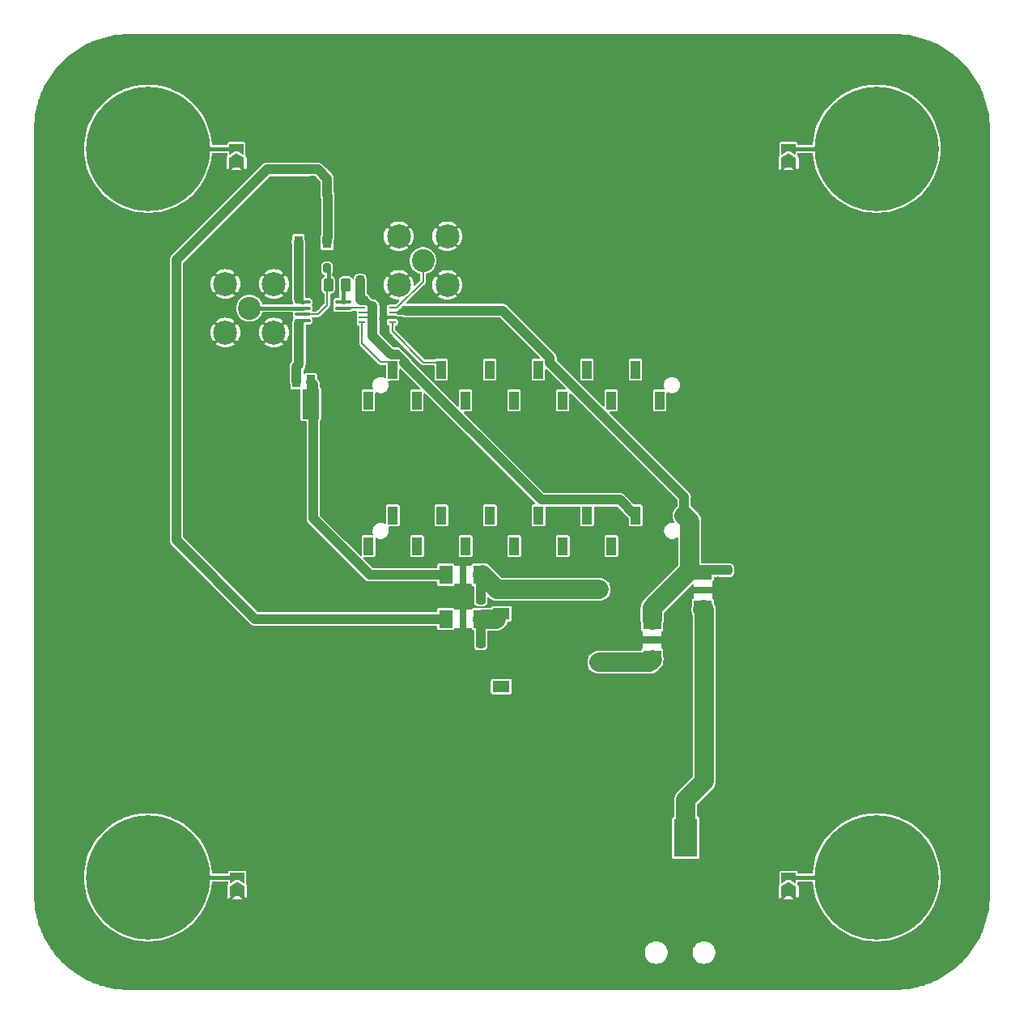
<source format=gtl>
G04 #@! TF.GenerationSoftware,KiCad,Pcbnew,7.0.1*
G04 #@! TF.CreationDate,2024-09-06T18:07:48-07:00*
G04 #@! TF.ProjectId,FACED Frame Clock,46414345-4420-4467-9261-6d6520436c6f,rev?*
G04 #@! TF.SameCoordinates,Original*
G04 #@! TF.FileFunction,Copper,L1,Top*
G04 #@! TF.FilePolarity,Positive*
%FSLAX46Y46*%
G04 Gerber Fmt 4.6, Leading zero omitted, Abs format (unit mm)*
G04 Created by KiCad (PCBNEW 7.0.1) date 2024-09-06 18:07:48*
%MOMM*%
%LPD*%
G01*
G04 APERTURE LIST*
G04 Aperture macros list*
%AMRoundRect*
0 Rectangle with rounded corners*
0 $1 Rounding radius*
0 $2 $3 $4 $5 $6 $7 $8 $9 X,Y pos of 4 corners*
0 Add a 4 corners polygon primitive as box body*
4,1,4,$2,$3,$4,$5,$6,$7,$8,$9,$2,$3,0*
0 Add four circle primitives for the rounded corners*
1,1,$1+$1,$2,$3*
1,1,$1+$1,$4,$5*
1,1,$1+$1,$6,$7*
1,1,$1+$1,$8,$9*
0 Add four rect primitives between the rounded corners*
20,1,$1+$1,$2,$3,$4,$5,0*
20,1,$1+$1,$4,$5,$6,$7,0*
20,1,$1+$1,$6,$7,$8,$9,0*
20,1,$1+$1,$8,$9,$2,$3,0*%
%AMFreePoly0*
4,1,6,1.000000,0.000000,0.500000,-0.750000,-0.500000,-0.750000,-0.500000,0.750000,0.500000,0.750000,1.000000,0.000000,1.000000,0.000000,$1*%
%AMFreePoly1*
4,1,6,0.500000,-0.750000,-0.650000,-0.750000,-0.150000,0.000000,-0.650000,0.750000,0.500000,0.750000,0.500000,-0.750000,0.500000,-0.750000,$1*%
%AMFreePoly2*
4,1,9,3.862500,-0.866500,0.737500,-0.866500,0.737500,-0.450000,-0.737500,-0.450000,-0.737500,0.450000,0.737500,0.450000,0.737500,0.866500,3.862500,0.866500,3.862500,-0.866500,3.862500,-0.866500,$1*%
G04 Aperture macros list end*
G04 #@! TA.AperFunction,ComponentPad*
%ADD10C,0.900000*%
G04 #@! TD*
G04 #@! TA.AperFunction,ComponentPad*
%ADD11C,13.000000*%
G04 #@! TD*
G04 #@! TA.AperFunction,SMDPad,CuDef*
%ADD12R,1.800000X1.200000*%
G04 #@! TD*
G04 #@! TA.AperFunction,SMDPad,CuDef*
%ADD13RoundRect,0.250000X-0.250000X-0.475000X0.250000X-0.475000X0.250000X0.475000X-0.250000X0.475000X0*%
G04 #@! TD*
G04 #@! TA.AperFunction,SMDPad,CuDef*
%ADD14RoundRect,0.225000X-0.225000X-0.250000X0.225000X-0.250000X0.225000X0.250000X-0.225000X0.250000X0*%
G04 #@! TD*
G04 #@! TA.AperFunction,SMDPad,CuDef*
%ADD15FreePoly0,90.000000*%
G04 #@! TD*
G04 #@! TA.AperFunction,SMDPad,CuDef*
%ADD16FreePoly1,90.000000*%
G04 #@! TD*
G04 #@! TA.AperFunction,ComponentPad*
%ADD17C,3.800000*%
G04 #@! TD*
G04 #@! TA.AperFunction,SMDPad,CuDef*
%ADD18R,1.020000X1.905000*%
G04 #@! TD*
G04 #@! TA.AperFunction,SMDPad,CuDef*
%ADD19R,1.930400X1.397000*%
G04 #@! TD*
G04 #@! TA.AperFunction,SMDPad,CuDef*
%ADD20R,2.006600X0.609600*%
G04 #@! TD*
G04 #@! TA.AperFunction,SMDPad,CuDef*
%ADD21RoundRect,0.225000X-0.250000X0.225000X-0.250000X-0.225000X0.250000X-0.225000X0.250000X0.225000X0*%
G04 #@! TD*
G04 #@! TA.AperFunction,SMDPad,CuDef*
%ADD22RoundRect,0.225000X0.225000X0.250000X-0.225000X0.250000X-0.225000X-0.250000X0.225000X-0.250000X0*%
G04 #@! TD*
G04 #@! TA.AperFunction,SMDPad,CuDef*
%ADD23RoundRect,0.100000X-0.712500X-0.100000X0.712500X-0.100000X0.712500X0.100000X-0.712500X0.100000X0*%
G04 #@! TD*
G04 #@! TA.AperFunction,SMDPad,CuDef*
%ADD24R,2.489200X3.987800*%
G04 #@! TD*
G04 #@! TA.AperFunction,SMDPad,CuDef*
%ADD25R,3.987800X6.999999*%
G04 #@! TD*
G04 #@! TA.AperFunction,SMDPad,CuDef*
%ADD26R,0.900000X1.300000*%
G04 #@! TD*
G04 #@! TA.AperFunction,SMDPad,CuDef*
%ADD27FreePoly2,90.000000*%
G04 #@! TD*
G04 #@! TA.AperFunction,SMDPad,CuDef*
%ADD28RoundRect,0.225000X0.250000X-0.225000X0.250000X0.225000X-0.250000X0.225000X-0.250000X-0.225000X0*%
G04 #@! TD*
G04 #@! TA.AperFunction,SMDPad,CuDef*
%ADD29FreePoly2,270.000000*%
G04 #@! TD*
G04 #@! TA.AperFunction,ComponentPad*
%ADD30C,2.400000*%
G04 #@! TD*
G04 #@! TA.AperFunction,ComponentPad*
%ADD31C,2.500000*%
G04 #@! TD*
G04 #@! TA.AperFunction,SMDPad,CuDef*
%ADD32R,1.397000X1.930400*%
G04 #@! TD*
G04 #@! TA.AperFunction,SMDPad,CuDef*
%ADD33R,0.609600X2.006600*%
G04 #@! TD*
G04 #@! TA.AperFunction,SMDPad,CuDef*
%ADD34R,0.762000X0.254000*%
G04 #@! TD*
G04 #@! TA.AperFunction,SMDPad,CuDef*
%ADD35RoundRect,0.200000X0.200000X0.275000X-0.200000X0.275000X-0.200000X-0.275000X0.200000X-0.275000X0*%
G04 #@! TD*
G04 #@! TA.AperFunction,SMDPad,CuDef*
%ADD36RoundRect,0.250000X0.262500X0.450000X-0.262500X0.450000X-0.262500X-0.450000X0.262500X-0.450000X0*%
G04 #@! TD*
G04 #@! TA.AperFunction,SMDPad,CuDef*
%ADD37RoundRect,0.250000X0.250000X0.475000X-0.250000X0.475000X-0.250000X-0.475000X0.250000X-0.475000X0*%
G04 #@! TD*
G04 #@! TA.AperFunction,SMDPad,CuDef*
%ADD38RoundRect,0.250000X0.475000X-0.250000X0.475000X0.250000X-0.475000X0.250000X-0.475000X-0.250000X0*%
G04 #@! TD*
G04 #@! TA.AperFunction,ViaPad*
%ADD39C,0.800000*%
G04 #@! TD*
G04 #@! TA.AperFunction,Conductor*
%ADD40C,1.000000*%
G04 #@! TD*
G04 #@! TA.AperFunction,Conductor*
%ADD41C,0.400000*%
G04 #@! TD*
G04 #@! TA.AperFunction,Conductor*
%ADD42C,0.150000*%
G04 #@! TD*
G04 #@! TA.AperFunction,Conductor*
%ADD43C,2.000000*%
G04 #@! TD*
G04 #@! TA.AperFunction,Conductor*
%ADD44C,0.200000*%
G04 #@! TD*
G04 APERTURE END LIST*
D10*
X178255000Y-168210000D03*
X179682854Y-164762854D03*
X179682854Y-171657146D03*
X183130000Y-163335000D03*
D11*
X183130000Y-168210000D03*
D10*
X183130000Y-173085000D03*
X186577146Y-164762854D03*
X186577146Y-171657146D03*
X188005000Y-168210000D03*
D12*
X154097900Y-148250199D03*
X154097900Y-145710199D03*
X154097900Y-140630199D03*
X154097900Y-138090199D03*
X143897900Y-140630199D03*
X143897900Y-148250199D03*
D13*
X139826400Y-138902999D03*
X141726400Y-138902999D03*
D14*
X122691000Y-103495399D03*
X124241000Y-103495399D03*
D15*
X173930000Y-169665000D03*
D16*
X173930000Y-168215000D03*
D15*
X173920000Y-93460000D03*
D16*
X173920000Y-92010000D03*
D17*
X127110000Y-113350000D03*
D18*
X163001400Y-115123999D03*
X160461400Y-118328999D03*
X157921400Y-115123999D03*
X155381400Y-118328999D03*
X152841400Y-115123999D03*
X150301400Y-118328999D03*
X147761400Y-115123999D03*
X145221400Y-118328999D03*
X142681400Y-115123999D03*
X140141400Y-118328999D03*
X137601400Y-115123999D03*
X135061400Y-118328999D03*
X132521400Y-115123999D03*
X129981400Y-118328999D03*
X129991400Y-133571499D03*
X132531400Y-130366499D03*
X135071400Y-133571499D03*
X137611400Y-130366499D03*
X140151400Y-133571499D03*
X142691400Y-130366499D03*
X145231400Y-133571499D03*
X147771400Y-130366499D03*
X150311400Y-133571499D03*
X152851400Y-130366499D03*
X155391400Y-133571499D03*
X157931400Y-130366499D03*
X160471400Y-133571499D03*
X163011400Y-130366499D03*
D19*
X164970000Y-136348700D03*
D20*
X164970000Y-138152100D03*
D19*
X164970000Y-139955500D03*
D21*
X157550000Y-143917100D03*
X157550000Y-145467100D03*
D19*
X159660000Y-145183400D03*
D20*
X159660000Y-143380000D03*
D19*
X159660000Y-141576600D03*
D21*
X156040000Y-143917100D03*
X156040000Y-145467100D03*
D14*
X129117200Y-107254599D03*
X130667200Y-107254599D03*
D22*
X124267000Y-111518999D03*
X122717000Y-111518999D03*
X125752600Y-122773999D03*
X124202600Y-122773999D03*
D23*
X123092500Y-108024999D03*
X123092500Y-108674999D03*
X123092500Y-109324999D03*
X123092500Y-109974999D03*
X127317500Y-109974999D03*
X127317500Y-109324999D03*
X127317500Y-108674999D03*
X127317500Y-108024999D03*
D24*
X163179999Y-164074900D03*
D25*
X156080000Y-172824901D03*
X169080000Y-172824901D03*
D10*
X102055000Y-92010000D03*
X103482854Y-88562854D03*
X103482854Y-95457146D03*
X106930000Y-87135000D03*
D11*
X106930000Y-92010000D03*
D10*
X106930000Y-96885000D03*
X110377146Y-88562854D03*
X110377146Y-95457146D03*
X111805000Y-92010000D03*
D26*
X122663400Y-101793599D03*
D27*
X124163400Y-101706099D03*
D26*
X125663400Y-101793599D03*
D28*
X133951400Y-110425000D03*
X133951400Y-108875000D03*
D26*
X125455000Y-116299999D03*
D29*
X123955000Y-116387499D03*
D26*
X122455000Y-116299999D03*
D15*
X116260000Y-169670000D03*
D16*
X116260000Y-168220000D03*
D22*
X130667200Y-105781399D03*
X129117200Y-105781399D03*
D30*
X117560800Y-108676999D03*
D31*
X115020800Y-106136999D03*
X115020800Y-111216999D03*
X120100800Y-106136999D03*
X120100800Y-111216999D03*
D22*
X124255000Y-106499999D03*
X122705000Y-106499999D03*
D15*
X116190000Y-93460000D03*
D16*
X116190000Y-92010000D03*
D32*
X141678100Y-141188999D03*
D33*
X139874700Y-141188999D03*
D32*
X138071300Y-141188999D03*
D14*
X124115000Y-96850000D03*
X125665000Y-96850000D03*
D34*
X132484400Y-110148588D03*
X132484400Y-109648462D03*
X132484400Y-109148336D03*
X132484400Y-108648210D03*
X129334800Y-108648210D03*
X129334800Y-109148336D03*
X129334800Y-109648462D03*
X129334800Y-110148588D03*
D32*
X138068700Y-136570000D03*
D33*
X139872100Y-136570000D03*
D32*
X141675500Y-136570000D03*
D35*
X127326600Y-104511399D03*
X125676600Y-104511399D03*
D36*
X127617300Y-106238599D03*
X125792300Y-106238599D03*
D22*
X124255000Y-104999999D03*
X122705000Y-104999999D03*
X124266400Y-113018999D03*
X122716400Y-113018999D03*
D21*
X135450000Y-108875000D03*
X135450000Y-110425000D03*
D22*
X125752600Y-121275399D03*
X124202600Y-121275399D03*
D10*
X102055000Y-168210000D03*
X103482854Y-164762854D03*
X103482854Y-171657146D03*
X106930000Y-163335000D03*
D11*
X106930000Y-168210000D03*
D10*
X106930000Y-173085000D03*
X110377146Y-164762854D03*
X110377146Y-171657146D03*
X111805000Y-168210000D03*
D30*
X135696400Y-103698599D03*
D31*
X133156400Y-101158599D03*
X133156400Y-106238599D03*
X138236400Y-101158599D03*
X138236400Y-106238599D03*
D37*
X141736600Y-143525799D03*
X139836600Y-143525799D03*
D14*
X124105000Y-95350000D03*
X125655000Y-95350000D03*
D38*
X167319400Y-137979999D03*
X167319400Y-136079999D03*
D10*
X178255000Y-92010000D03*
X179682854Y-88562854D03*
X179682854Y-95457146D03*
X183130000Y-87135000D03*
D11*
X183130000Y-92010000D03*
D10*
X183130000Y-96885000D03*
X186577146Y-88562854D03*
X186577146Y-95457146D03*
X188005000Y-92010000D03*
D14*
X122716400Y-114518999D03*
X124266400Y-114518999D03*
D39*
X173840000Y-152520000D03*
X108500000Y-142500000D03*
X171000000Y-117500000D03*
X176000000Y-97500000D03*
X151000000Y-97500000D03*
X176000000Y-117500000D03*
X153500000Y-122500000D03*
X113500000Y-142500000D03*
X181000000Y-107500000D03*
X188500000Y-132500000D03*
X101000000Y-137500000D03*
X111250000Y-112740000D03*
X126000000Y-147500000D03*
X113500000Y-152500000D03*
X153080000Y-172550000D03*
X133500000Y-152500000D03*
X151600000Y-139790000D03*
X138370000Y-103770000D03*
X188500000Y-102500000D03*
X111000000Y-157500000D03*
X128500000Y-82500000D03*
X173500000Y-82500000D03*
X125360000Y-110970000D03*
X131000000Y-127500000D03*
X173500000Y-162500000D03*
X176000000Y-177500000D03*
X151340000Y-136410000D03*
X96000000Y-167500000D03*
X171000000Y-137500000D03*
X133500000Y-92500000D03*
X188500000Y-162500000D03*
X183500000Y-132500000D03*
X178500000Y-82500000D03*
X136490000Y-118890000D03*
X158580000Y-135870000D03*
X111000000Y-177500000D03*
X160530000Y-127700000D03*
X191000000Y-157500000D03*
X171000000Y-107500000D03*
X106000000Y-117500000D03*
X191000000Y-107500000D03*
X103500000Y-102500000D03*
X178500000Y-162500000D03*
X181000000Y-117500000D03*
X113890000Y-97910000D03*
X132130000Y-107910000D03*
X156000000Y-137500000D03*
X181000000Y-127500000D03*
X186000000Y-107500000D03*
X138920000Y-117880000D03*
X121000000Y-167500000D03*
X116880000Y-95060000D03*
X108500000Y-82500000D03*
X111000000Y-147500000D03*
X128500000Y-122500000D03*
X132400000Y-118150000D03*
X119170000Y-96030000D03*
X125830000Y-109640000D03*
X151000000Y-107500000D03*
X146000000Y-128260000D03*
X131000000Y-97500000D03*
X111000000Y-137500000D03*
X188500000Y-152500000D03*
X130180000Y-138880000D03*
X143500000Y-112500000D03*
X141640000Y-134610000D03*
X136000000Y-177500000D03*
X148500000Y-82500000D03*
X166540000Y-137190000D03*
X191000000Y-137500000D03*
X146000000Y-147500000D03*
X116000000Y-157500000D03*
X173500000Y-122500000D03*
X133500000Y-142500000D03*
X136000000Y-147500000D03*
X123500000Y-162500000D03*
X118500000Y-122500000D03*
X186000000Y-177500000D03*
X120770000Y-103460000D03*
X168500000Y-162500000D03*
X98500000Y-162500000D03*
X106000000Y-107500000D03*
X118500000Y-92500000D03*
X111520000Y-98920000D03*
X131000000Y-177500000D03*
X123500000Y-82500000D03*
X120870000Y-138680000D03*
X114600000Y-95430000D03*
X166000000Y-127500000D03*
X131000000Y-167500000D03*
X128500000Y-162500000D03*
X115730000Y-103480000D03*
X156000000Y-167500000D03*
X149380000Y-112250000D03*
X118500000Y-172500000D03*
X141820000Y-110070000D03*
X153500000Y-102500000D03*
X161000000Y-87500000D03*
X126660000Y-110760000D03*
X141000000Y-177500000D03*
X136000000Y-87500000D03*
X133970000Y-116300000D03*
X166280000Y-170570000D03*
X171000000Y-97500000D03*
X96000000Y-97500000D03*
X141000000Y-167500000D03*
X156000000Y-127500000D03*
X126000000Y-87500000D03*
X101000000Y-157500000D03*
X128500000Y-92500000D03*
X178500000Y-122500000D03*
X108500000Y-112500000D03*
X108500000Y-152500000D03*
X101000000Y-107500000D03*
X118500000Y-82500000D03*
X176000000Y-157500000D03*
X178500000Y-132500000D03*
X103500000Y-82500000D03*
X113500000Y-82500000D03*
X165490000Y-162490000D03*
X146000000Y-157500000D03*
X135420000Y-112730000D03*
X138500000Y-112500000D03*
X153500000Y-162500000D03*
X166000000Y-107500000D03*
X101000000Y-97500000D03*
X123500000Y-152500000D03*
X126000000Y-117500000D03*
X146000000Y-167500000D03*
X153500000Y-112500000D03*
X171000000Y-157500000D03*
X112270000Y-104680000D03*
X146000000Y-107500000D03*
X153500000Y-132500000D03*
X168500000Y-112500000D03*
X113000000Y-102500000D03*
X126000000Y-127500000D03*
X121570000Y-109530000D03*
X168500000Y-142500000D03*
X151000000Y-127500000D03*
X181000000Y-177500000D03*
X143500000Y-162500000D03*
X173500000Y-102500000D03*
X143500000Y-152500000D03*
X98500000Y-122500000D03*
X106000000Y-127500000D03*
X131000000Y-147500000D03*
X151700000Y-118810000D03*
X158500000Y-152500000D03*
X191000000Y-117500000D03*
X168500000Y-92500000D03*
X191000000Y-87500000D03*
X136000000Y-157500000D03*
X103500000Y-112500000D03*
X173500000Y-132500000D03*
X131000000Y-157500000D03*
X188500000Y-112500000D03*
X148500000Y-102500000D03*
X130570000Y-102380000D03*
X138500000Y-82500000D03*
X146000000Y-136400000D03*
X193500000Y-172500000D03*
X96000000Y-127500000D03*
X188500000Y-82500000D03*
X181000000Y-147500000D03*
X124520000Y-108500000D03*
X130530000Y-100550000D03*
X163500000Y-112500000D03*
X98500000Y-132500000D03*
X136840000Y-110080000D03*
X161000000Y-167500000D03*
X156710000Y-117880000D03*
X98500000Y-152500000D03*
X119100000Y-116430000D03*
X103500000Y-122500000D03*
X163500000Y-122500000D03*
X138450000Y-98460000D03*
X125490000Y-138640000D03*
X128500000Y-142500000D03*
X158910000Y-172530000D03*
X158500000Y-112500000D03*
X143500000Y-172500000D03*
X112360000Y-110390000D03*
X151000000Y-157500000D03*
X98500000Y-142500000D03*
X116000000Y-117500000D03*
X116810000Y-114330000D03*
X168500000Y-102500000D03*
X148500000Y-132500000D03*
X113500000Y-172500000D03*
X161400000Y-146220000D03*
X191000000Y-97500000D03*
X106000000Y-137500000D03*
X132390000Y-95100000D03*
X101000000Y-177500000D03*
X126000000Y-177500000D03*
X139790000Y-145280000D03*
X166000000Y-167500000D03*
X181000000Y-157500000D03*
X193500000Y-122500000D03*
X101000000Y-147500000D03*
X148500000Y-162500000D03*
X153500000Y-92500000D03*
X157420000Y-139630000D03*
X113120000Y-117300000D03*
X188830000Y-172740000D03*
X161510000Y-141290000D03*
X161000000Y-97500000D03*
X158500000Y-92500000D03*
X132170000Y-111790000D03*
X133410000Y-98220000D03*
X171000000Y-147500000D03*
X157790000Y-142590000D03*
X117490000Y-106070000D03*
X161000000Y-177500000D03*
X188500000Y-142500000D03*
X138500000Y-162500000D03*
X126000000Y-167500000D03*
X126000000Y-157500000D03*
X141370000Y-127500000D03*
X161860000Y-133640000D03*
X123500000Y-92500000D03*
X151000000Y-177500000D03*
X193500000Y-92500000D03*
X136000000Y-167500000D03*
X101000000Y-127500000D03*
X143500000Y-92500000D03*
X123500000Y-132500000D03*
X130610000Y-104140000D03*
X128480000Y-117830000D03*
X101000000Y-87500000D03*
X193500000Y-102500000D03*
X118500000Y-162500000D03*
X186000000Y-117500000D03*
X141000000Y-97500000D03*
X127220000Y-102910000D03*
X128500000Y-152500000D03*
X183500000Y-82500000D03*
X116000000Y-177500000D03*
X192670000Y-163470000D03*
X131190000Y-115200000D03*
X138500000Y-122500000D03*
X141000000Y-157500000D03*
X143540000Y-106530000D03*
X122540000Y-95340000D03*
X166000000Y-97500000D03*
X181000000Y-137500000D03*
X131000000Y-87500000D03*
X121000000Y-87500000D03*
X141160000Y-104540000D03*
X143740000Y-99220000D03*
X133500000Y-172500000D03*
X116000000Y-87500000D03*
X96000000Y-147500000D03*
X136380000Y-115260000D03*
X156460000Y-147780000D03*
X121660000Y-91030000D03*
X158500000Y-82500000D03*
X158770000Y-122400000D03*
X124950000Y-107460000D03*
X143500000Y-82500000D03*
X191000000Y-147500000D03*
X133080000Y-103720000D03*
X121000000Y-117500000D03*
X133500000Y-122500000D03*
X121000000Y-127500000D03*
X143500000Y-132500000D03*
X96000000Y-137500000D03*
X176000000Y-107500000D03*
X176000000Y-137500000D03*
X156000000Y-97500000D03*
X168500000Y-122500000D03*
X98500000Y-112500000D03*
X96000000Y-157500000D03*
X111080000Y-127490000D03*
X153500000Y-142500000D03*
X121000000Y-177500000D03*
X183500000Y-152500000D03*
X178500000Y-142500000D03*
X161000000Y-107500000D03*
X131520000Y-109840000D03*
X108500000Y-122500000D03*
X117770000Y-99040000D03*
X186000000Y-147500000D03*
X111550000Y-107560000D03*
X163500000Y-102500000D03*
X141000000Y-107500000D03*
X121000000Y-157500000D03*
X98500000Y-102500000D03*
X106000000Y-157500000D03*
X193500000Y-142500000D03*
X183500000Y-102500000D03*
X110500000Y-101370000D03*
X166000000Y-87500000D03*
X153500000Y-82500000D03*
X113410000Y-114280000D03*
X138440000Y-134630000D03*
X125390000Y-103320000D03*
X143500000Y-122500000D03*
X156000000Y-87500000D03*
X151000000Y-87500000D03*
X141000000Y-87500000D03*
X148500000Y-142500000D03*
X108500000Y-102500000D03*
X122600000Y-100500000D03*
X138400000Y-142780000D03*
X118500000Y-132500000D03*
X148500000Y-92500000D03*
X161000000Y-157500000D03*
X178500000Y-152500000D03*
X136000000Y-97500000D03*
X116020000Y-166530000D03*
X171000000Y-87500000D03*
X193990000Y-159310000D03*
X156000000Y-157500000D03*
X141210000Y-100450000D03*
X193500000Y-112500000D03*
X138000000Y-138890000D03*
X135250000Y-138770000D03*
X163100000Y-149650000D03*
X146000000Y-87500000D03*
X106000000Y-147500000D03*
X115050000Y-108760000D03*
X143560000Y-142850000D03*
X138500000Y-152500000D03*
X191000000Y-167500000D03*
X148500000Y-152500000D03*
X151000000Y-167500000D03*
X143500000Y-102500000D03*
X113500000Y-162500000D03*
X101000000Y-117500000D03*
X121520000Y-107820000D03*
X96000000Y-117500000D03*
X166000000Y-117500000D03*
X168500000Y-132500000D03*
X123500000Y-142500000D03*
X188500000Y-122500000D03*
X134880000Y-107740000D03*
X168500000Y-82500000D03*
X146220000Y-139810000D03*
X138500000Y-132500000D03*
X141000000Y-147500000D03*
X103500000Y-142500000D03*
X183500000Y-112500000D03*
X160080000Y-149520000D03*
X163370000Y-157420000D03*
X176000000Y-87500000D03*
X193500000Y-152500000D03*
X133500000Y-162500000D03*
X111110000Y-117950000D03*
X121000000Y-98500000D03*
X156000000Y-177500000D03*
X126680000Y-105160000D03*
X117490000Y-111260000D03*
X128420000Y-110790000D03*
X120330000Y-114180000D03*
X163320000Y-143610000D03*
X163500000Y-172500000D03*
X171000000Y-127500000D03*
X156730000Y-150380000D03*
X108500000Y-132500000D03*
X166850000Y-146210000D03*
X158500000Y-102500000D03*
X156000000Y-107500000D03*
X136260000Y-106760000D03*
X113500000Y-132500000D03*
X103500000Y-152500000D03*
X176000000Y-127500000D03*
X118500000Y-152500000D03*
X128500000Y-132500000D03*
X116000000Y-147500000D03*
X148500000Y-172500000D03*
X171000000Y-177500000D03*
X173500000Y-142500000D03*
X118500000Y-142500000D03*
X162340000Y-152660000D03*
X173500000Y-112500000D03*
X98500000Y-172500000D03*
X128570000Y-101280000D03*
X146000000Y-97500000D03*
X123020000Y-122600000D03*
X141380000Y-117590000D03*
X186000000Y-157500000D03*
X193500000Y-132500000D03*
X153500000Y-152500000D03*
X121000000Y-147500000D03*
X133500000Y-82500000D03*
X102520000Y-162390000D03*
X136000000Y-127500000D03*
X163500000Y-92500000D03*
X128770000Y-104390000D03*
X123500000Y-172500000D03*
X171000000Y-167500000D03*
X98500000Y-92500000D03*
X166000000Y-177500000D03*
X173500000Y-172500000D03*
X178500000Y-112500000D03*
X186000000Y-127500000D03*
X178500000Y-102500000D03*
X167240000Y-152570000D03*
X118820000Y-101400000D03*
X138500000Y-172500000D03*
X158500000Y-132500000D03*
X113500000Y-122500000D03*
X146000000Y-177500000D03*
X96000000Y-87500000D03*
X151000000Y-147500000D03*
X124550000Y-110050000D03*
X183500000Y-122500000D03*
X158500000Y-162500000D03*
X146520000Y-117540000D03*
X135680000Y-100870000D03*
X106000000Y-177500000D03*
X163500000Y-82500000D03*
X183500000Y-142500000D03*
X128500000Y-172500000D03*
X186000000Y-137500000D03*
X108400000Y-105360000D03*
X138500000Y-92500000D03*
X176000000Y-147500000D03*
X163430000Y-138680000D03*
X96000000Y-107500000D03*
X133500000Y-132500000D03*
X103500000Y-132500000D03*
X161850000Y-118140000D03*
X148500000Y-122500000D03*
X116000000Y-127500000D03*
X191000000Y-127500000D03*
X166980000Y-157810000D03*
X116170000Y-137380000D03*
X115380000Y-100330000D03*
D40*
X124255000Y-106499999D02*
X124255000Y-101797699D01*
D41*
X127110000Y-110830000D02*
X127000000Y-110720000D01*
D42*
X126680000Y-107081261D02*
X126230000Y-107531261D01*
D41*
X127110000Y-113350000D02*
X127110000Y-110830000D01*
D42*
X140833401Y-139910000D02*
X142720000Y-139910000D01*
D40*
X124255000Y-101797699D02*
X124163400Y-101706099D01*
X124267000Y-111518999D02*
X124267000Y-114518399D01*
D42*
X142720000Y-139910000D02*
X143260000Y-139370000D01*
D40*
X124267000Y-114518399D02*
X124266400Y-114518999D01*
D42*
X143260000Y-139370000D02*
X143354977Y-139370000D01*
X139826400Y-138902999D02*
X140833401Y-139910000D01*
D41*
X167177200Y-138122199D02*
X167319400Y-137979999D01*
D42*
X126680000Y-105160000D02*
X126680000Y-107081261D01*
X126230000Y-107531261D02*
X126230000Y-109240000D01*
X126230000Y-109240000D02*
X125830000Y-109640000D01*
D40*
X122705000Y-106499999D02*
X122705000Y-107699799D01*
D41*
X123092500Y-108024999D02*
X123030200Y-108024999D01*
D40*
X122705000Y-106499999D02*
X122705000Y-101835199D01*
X122705000Y-101835199D02*
X122663400Y-101793599D01*
D41*
X123030200Y-108024999D02*
X122705000Y-107699799D01*
D40*
X122463000Y-116291999D02*
X122455000Y-116299999D01*
D41*
X123092500Y-109974999D02*
X123019200Y-109974999D01*
X123019200Y-109974999D02*
X122717000Y-110277199D01*
D40*
X122463000Y-114772399D02*
X122463000Y-116291999D01*
X122717000Y-114518399D02*
X122716400Y-114518999D01*
X122717000Y-111518999D02*
X122717000Y-110277199D01*
X122716400Y-114518999D02*
X122463000Y-114772399D01*
X122717000Y-111518999D02*
X122717000Y-114518399D01*
D43*
X163586400Y-130941499D02*
X163586400Y-135975585D01*
D41*
X133641664Y-109148336D02*
X133860000Y-108930000D01*
D43*
X163690814Y-136079999D02*
X163616686Y-136079999D01*
D40*
X148971400Y-114373999D02*
X148971400Y-113874799D01*
D44*
X132484400Y-109148336D02*
X133128336Y-109148336D01*
D43*
X163586400Y-135975585D02*
X163690814Y-136079999D01*
D40*
X134740000Y-108930000D02*
X133860000Y-108930000D01*
X148971400Y-113874799D02*
X144026601Y-108930000D01*
X163011400Y-128413999D02*
X148971400Y-114373999D01*
X163011400Y-130366499D02*
X163011400Y-128413999D01*
X144026601Y-108930000D02*
X135358600Y-108930000D01*
D43*
X163616686Y-136079999D02*
X159660000Y-140036685D01*
D40*
X164957200Y-136356899D02*
X163758886Y-136356899D01*
D44*
X133138336Y-109148336D02*
X133240000Y-109250000D01*
D41*
X133145801Y-109148336D02*
X133612069Y-108682068D01*
D40*
X163690814Y-136079999D02*
X163586400Y-136184413D01*
X163758886Y-136356899D02*
X163586400Y-136184413D01*
D41*
X133128336Y-109148336D02*
X133641664Y-109148336D01*
D43*
X163011400Y-130366499D02*
X163586400Y-130941499D01*
D44*
X133128336Y-109148336D02*
X133230000Y-109250000D01*
D40*
X135358600Y-108930000D02*
X134740000Y-108930000D01*
D41*
X133128336Y-109148336D02*
X133145801Y-109148336D01*
D43*
X159660000Y-140036685D02*
X159660000Y-141325900D01*
D40*
X167319400Y-136079999D02*
X163690814Y-136079999D01*
D44*
X133128336Y-109148336D02*
X133138336Y-109148336D01*
D41*
X133421400Y-113770000D02*
X132350000Y-113770000D01*
D40*
X129117200Y-107254599D02*
X129117200Y-107737200D01*
X132410000Y-113470000D02*
X132294365Y-113470000D01*
D41*
X134060000Y-114190000D02*
X134060000Y-114290000D01*
X130290000Y-108236282D02*
X130290000Y-108310000D01*
D44*
X130100000Y-109148336D02*
X130101664Y-109148336D01*
D41*
X129517200Y-107821210D02*
X129581210Y-107821210D01*
X129517200Y-107821210D02*
X129874928Y-107821210D01*
X129174599Y-107254599D02*
X129117200Y-107254599D01*
X133731400Y-113861400D02*
X134060000Y-114190000D01*
X133527002Y-114080000D02*
X132918501Y-113471499D01*
X133731400Y-114080000D02*
X133421400Y-113770000D01*
X133050000Y-113180000D02*
X132350000Y-113180000D01*
X129874928Y-107821210D02*
X130290000Y-108236282D01*
D40*
X133731400Y-114371400D02*
X148073999Y-128713999D01*
D41*
X133731400Y-113861400D02*
X133050000Y-113180000D01*
X133731400Y-114080000D02*
X133527002Y-114080000D01*
D40*
X148073999Y-128713999D02*
X156278900Y-128713999D01*
X129201210Y-107821210D02*
X129517200Y-107821210D01*
D44*
X129334800Y-109148336D02*
X130100000Y-109148336D01*
X129334800Y-109648462D02*
X130100000Y-109648462D01*
D40*
X132294365Y-113470000D02*
X130415800Y-111591435D01*
X130415800Y-111591435D02*
X130415800Y-108448399D01*
D41*
X129581210Y-107821210D02*
X130170000Y-108410000D01*
D40*
X129117200Y-107737200D02*
X129201210Y-107821210D01*
X129117200Y-105781399D02*
X129117200Y-107254599D01*
D41*
X133731400Y-114080000D02*
X133731400Y-113861400D01*
D40*
X156278900Y-128713999D02*
X157931400Y-130366499D01*
D41*
X173930000Y-168215000D02*
X173935000Y-168210000D01*
X173935000Y-168210000D02*
X183130000Y-168210000D01*
X173920000Y-92010000D02*
X183130000Y-92010000D01*
X123092500Y-108674999D02*
X123090500Y-108676999D01*
X123090500Y-108676999D02*
X117560800Y-108676999D01*
D44*
X132938821Y-108648210D02*
X135696400Y-105890631D01*
X132484400Y-108648210D02*
X132938821Y-108648210D01*
X135696400Y-105890631D02*
X135696400Y-103698599D01*
D41*
X127317500Y-106538399D02*
X127617300Y-106238599D01*
X127317500Y-108024999D02*
X127317500Y-106538399D01*
D44*
X125660000Y-108349950D02*
X124684951Y-109324999D01*
D41*
X125792300Y-106238599D02*
X125792300Y-104627099D01*
D44*
X125660000Y-106370899D02*
X125660000Y-108349950D01*
D41*
X125792300Y-106238599D02*
X125755000Y-106275899D01*
X125792300Y-104627099D02*
X125676600Y-104511399D01*
D44*
X124684951Y-109324999D02*
X123092500Y-109324999D01*
X125792300Y-106238599D02*
X125660000Y-106370899D01*
X129334800Y-108648210D02*
X127344289Y-108648210D01*
X127344289Y-108648210D02*
X127317500Y-108674999D01*
X132484400Y-111093128D02*
X135741272Y-114350000D01*
X135741272Y-114350000D02*
X137400000Y-114350000D01*
X132484400Y-110148588D02*
X132484400Y-111093128D01*
X137400000Y-114350000D02*
X137410000Y-114360000D01*
X129334800Y-112344800D02*
X131280000Y-114290000D01*
X129334800Y-110148588D02*
X129334800Y-112344800D01*
X131280000Y-114290000D02*
X132220000Y-114290000D01*
D43*
X154097900Y-145710199D02*
X159386001Y-145710199D01*
X159386001Y-145710199D02*
X159660000Y-145436200D01*
D40*
X118133364Y-141188999D02*
X109900000Y-132955635D01*
X138071300Y-141188999D02*
X118133364Y-141188999D01*
X109900000Y-132955635D02*
X109900000Y-103630000D01*
X125663400Y-101793599D02*
X125663400Y-101325049D01*
X125729900Y-96894099D02*
X125651000Y-96815199D01*
X124713148Y-94175000D02*
X125655000Y-95116852D01*
X125663400Y-101325049D02*
X125729900Y-101258549D01*
X125663400Y-95316599D02*
X125663400Y-96802799D01*
X119355000Y-94175000D02*
X124713148Y-94175000D01*
X125663400Y-96802799D02*
X125651000Y-96815199D01*
X125729900Y-101258549D02*
X125729900Y-96894099D01*
X109900000Y-103630000D02*
X119355000Y-94175000D01*
X125655000Y-95116852D02*
X125655000Y-95350000D01*
X130123600Y-136566199D02*
X124202600Y-130645199D01*
X138071300Y-136566199D02*
X130123600Y-136566199D01*
X124202600Y-121275399D02*
X124202600Y-116635099D01*
X124202600Y-116635099D02*
X123955000Y-116387499D01*
X124202600Y-130645199D02*
X124202600Y-121275399D01*
D41*
X116190000Y-92010000D02*
X106930000Y-92010000D01*
X116250000Y-168210000D02*
X106930000Y-168210000D01*
X116260000Y-168220000D02*
X116250000Y-168210000D01*
X116250000Y-168210000D02*
X111805000Y-168210000D01*
D43*
X165099999Y-158161000D02*
X165099999Y-140214399D01*
X163179999Y-160081000D02*
X163179999Y-164074900D01*
X164957200Y-140214399D02*
X165099999Y-140214399D01*
X165099999Y-158161000D02*
X163179999Y-160081000D01*
D40*
X141736600Y-141247499D02*
X141678100Y-141188999D01*
D43*
X143339100Y-141188999D02*
X141928800Y-141188999D01*
D40*
X141736600Y-143525799D02*
X141736600Y-141247499D01*
D43*
X154097900Y-138090199D02*
X143452800Y-138090199D01*
D40*
X141726400Y-138902999D02*
X141726400Y-136614499D01*
X141726400Y-136614499D02*
X141678100Y-136566199D01*
D43*
X143452800Y-138090199D02*
X141928800Y-136566199D01*
G04 #@! TA.AperFunction,Conductor*
G36*
X185001489Y-80000545D02*
G01*
X185413504Y-80012995D01*
X185413504Y-80013026D01*
X185413617Y-80012998D01*
X185414103Y-80013013D01*
X185604730Y-80019004D01*
X185610493Y-80019356D01*
X185957842Y-80050920D01*
X186218245Y-80075536D01*
X186223753Y-80076215D01*
X186554766Y-80126594D01*
X186827075Y-80169724D01*
X186832287Y-80170695D01*
X187153737Y-80239698D01*
X187153986Y-80239753D01*
X187428925Y-80301209D01*
X187433874Y-80302451D01*
X187747246Y-80389810D01*
X187748055Y-80390041D01*
X188021520Y-80469490D01*
X188026143Y-80470958D01*
X188331648Y-80576381D01*
X188332884Y-80576817D01*
X188602615Y-80673926D01*
X188606901Y-80675584D01*
X188802313Y-80756526D01*
X188904183Y-80798722D01*
X188905614Y-80799328D01*
X189009079Y-80844101D01*
X189169976Y-80913727D01*
X189173943Y-80915550D01*
X189462420Y-81056010D01*
X189464023Y-81056808D01*
X189721474Y-81187986D01*
X189725138Y-81189953D01*
X190004031Y-81347250D01*
X190005792Y-81348267D01*
X190254991Y-81495643D01*
X190258324Y-81497704D01*
X190526897Y-81671349D01*
X190528647Y-81672510D01*
X190768537Y-81835539D01*
X190771565Y-81837680D01*
X191028846Y-82026992D01*
X191030800Y-82028468D01*
X191260209Y-82206416D01*
X191262866Y-82208553D01*
X191429004Y-82347012D01*
X191508037Y-82412878D01*
X191510126Y-82414668D01*
X191728026Y-82606773D01*
X191730413Y-82608948D01*
X191962701Y-82827609D01*
X191964848Y-82829691D01*
X192170307Y-83035150D01*
X192172389Y-83037297D01*
X192391050Y-83269585D01*
X192393225Y-83271972D01*
X192585330Y-83489872D01*
X192587120Y-83491961D01*
X192791427Y-83737110D01*
X192793601Y-83739813D01*
X192971511Y-83969173D01*
X192973026Y-83971178D01*
X193162318Y-84228434D01*
X193164459Y-84231461D01*
X193249492Y-84356583D01*
X193327461Y-84471311D01*
X193328696Y-84473173D01*
X193502287Y-84741663D01*
X193504363Y-84745020D01*
X193651731Y-84994206D01*
X193652748Y-84995967D01*
X193810045Y-85274860D01*
X193812025Y-85278549D01*
X193943188Y-85535972D01*
X193943988Y-85537578D01*
X194084432Y-85826020D01*
X194086280Y-85830042D01*
X194200670Y-86094384D01*
X194201276Y-86095815D01*
X194324402Y-86393066D01*
X194326085Y-86397417D01*
X194423179Y-86667109D01*
X194423617Y-86668350D01*
X194529032Y-86973830D01*
X194530516Y-86978504D01*
X194609923Y-87251824D01*
X194610218Y-87252859D01*
X194697542Y-87566105D01*
X194698794Y-87571094D01*
X194760188Y-87845752D01*
X194760367Y-87846570D01*
X194829295Y-88167672D01*
X194830281Y-88172963D01*
X194873365Y-88444986D01*
X194873457Y-88445577D01*
X194923778Y-88776208D01*
X194924466Y-88781787D01*
X194949095Y-89042332D01*
X194949128Y-89042690D01*
X194980639Y-89389462D01*
X194980996Y-89395312D01*
X194987000Y-89586374D01*
X194987001Y-89586494D01*
X194987004Y-89586494D01*
X194999455Y-89998511D01*
X194999500Y-90001501D01*
X194999500Y-169998499D01*
X194999455Y-170001489D01*
X194987008Y-170413386D01*
X194987004Y-170413506D01*
X194980996Y-170604687D01*
X194980639Y-170610536D01*
X194949128Y-170957309D01*
X194949095Y-170957667D01*
X194924466Y-171218211D01*
X194923778Y-171223790D01*
X194873457Y-171554421D01*
X194873365Y-171555012D01*
X194830281Y-171827035D01*
X194829295Y-171832326D01*
X194760367Y-172153428D01*
X194760188Y-172154246D01*
X194698794Y-172428904D01*
X194697542Y-172433893D01*
X194610218Y-172747139D01*
X194609923Y-172748174D01*
X194530516Y-173021494D01*
X194529032Y-173026168D01*
X194423617Y-173331648D01*
X194423179Y-173332889D01*
X194326085Y-173602581D01*
X194324402Y-173606932D01*
X194201276Y-173904183D01*
X194200670Y-173905614D01*
X194086280Y-174169956D01*
X194084432Y-174173978D01*
X193943988Y-174462420D01*
X193943188Y-174464026D01*
X193812025Y-174721449D01*
X193810045Y-174725138D01*
X193652748Y-175004031D01*
X193651731Y-175005792D01*
X193504363Y-175254978D01*
X193502287Y-175258335D01*
X193328696Y-175526825D01*
X193327440Y-175528719D01*
X193164459Y-175768537D01*
X193162318Y-175771564D01*
X192973026Y-176028820D01*
X192971511Y-176030825D01*
X192793601Y-176260185D01*
X192791427Y-176262888D01*
X192587120Y-176508037D01*
X192585330Y-176510126D01*
X192393225Y-176728026D01*
X192391050Y-176730413D01*
X192172389Y-176962701D01*
X192170307Y-176964848D01*
X191964848Y-177170307D01*
X191962701Y-177172389D01*
X191730413Y-177391050D01*
X191728026Y-177393225D01*
X191510126Y-177585330D01*
X191508037Y-177587120D01*
X191262888Y-177791427D01*
X191260185Y-177793601D01*
X191030825Y-177971511D01*
X191028820Y-177973026D01*
X190771564Y-178162318D01*
X190768537Y-178164459D01*
X190528719Y-178327440D01*
X190526825Y-178328696D01*
X190258335Y-178502287D01*
X190254978Y-178504363D01*
X190005792Y-178651731D01*
X190004031Y-178652748D01*
X189725138Y-178810045D01*
X189721449Y-178812025D01*
X189464026Y-178943188D01*
X189462420Y-178943988D01*
X189173978Y-179084432D01*
X189169956Y-179086280D01*
X188905614Y-179200670D01*
X188904183Y-179201276D01*
X188606932Y-179324402D01*
X188602581Y-179326085D01*
X188332889Y-179423179D01*
X188331648Y-179423617D01*
X188026168Y-179529032D01*
X188021494Y-179530516D01*
X187748174Y-179609923D01*
X187747139Y-179610218D01*
X187433893Y-179697542D01*
X187428904Y-179698794D01*
X187154246Y-179760188D01*
X187153428Y-179760367D01*
X186832326Y-179829295D01*
X186827035Y-179830281D01*
X186555012Y-179873365D01*
X186554421Y-179873457D01*
X186223790Y-179923778D01*
X186218210Y-179924466D01*
X185957793Y-179949082D01*
X185957437Y-179949115D01*
X185610537Y-179980639D01*
X185604686Y-179980996D01*
X185413624Y-179987000D01*
X185413505Y-179987004D01*
X185001489Y-179999455D01*
X184998499Y-179999500D01*
X105001501Y-179999500D01*
X104998511Y-179999455D01*
X104586493Y-179987004D01*
X104586374Y-179987000D01*
X104395312Y-179980996D01*
X104389461Y-179980639D01*
X104042561Y-179949115D01*
X104042205Y-179949082D01*
X103781788Y-179924466D01*
X103776208Y-179923778D01*
X103445577Y-179873457D01*
X103444986Y-179873365D01*
X103172963Y-179830281D01*
X103167672Y-179829295D01*
X102846570Y-179760367D01*
X102845752Y-179760188D01*
X102571094Y-179698794D01*
X102566105Y-179697542D01*
X102252859Y-179610218D01*
X102251824Y-179609923D01*
X101978504Y-179530516D01*
X101973830Y-179529032D01*
X101668350Y-179423617D01*
X101667109Y-179423179D01*
X101397417Y-179326085D01*
X101393066Y-179324402D01*
X101095815Y-179201276D01*
X101094384Y-179200670D01*
X100830042Y-179086280D01*
X100826020Y-179084432D01*
X100537578Y-178943988D01*
X100535972Y-178943188D01*
X100278549Y-178812025D01*
X100274860Y-178810045D01*
X99995967Y-178652748D01*
X99994206Y-178651731D01*
X99745020Y-178504363D01*
X99741663Y-178502287D01*
X99586410Y-178401909D01*
X99473144Y-178328676D01*
X99471311Y-178327461D01*
X99356583Y-178249492D01*
X99231461Y-178164459D01*
X99228434Y-178162318D01*
X98971178Y-177973026D01*
X98969173Y-177971511D01*
X98739813Y-177793601D01*
X98737110Y-177791427D01*
X98491961Y-177587120D01*
X98489872Y-177585330D01*
X98271972Y-177393225D01*
X98269585Y-177391050D01*
X98037297Y-177172389D01*
X98035150Y-177170307D01*
X97829691Y-176964848D01*
X97827609Y-176962701D01*
X97608948Y-176730413D01*
X97606773Y-176728026D01*
X97414668Y-176510126D01*
X97412878Y-176508037D01*
X97327315Y-176405370D01*
X97208553Y-176262866D01*
X97206416Y-176260209D01*
X97147319Y-176184022D01*
X158902400Y-176184022D01*
X158942500Y-176398541D01*
X159021339Y-176602047D01*
X159021340Y-176602049D01*
X159136229Y-176787602D01*
X159283257Y-176948884D01*
X159457418Y-177080404D01*
X159652779Y-177177683D01*
X159862690Y-177237407D01*
X160025556Y-177252499D01*
X160134440Y-177252499D01*
X160134444Y-177252499D01*
X160297310Y-177237407D01*
X160507221Y-177177683D01*
X160702582Y-177080404D01*
X160876743Y-176948884D01*
X161023771Y-176787602D01*
X161138660Y-176602049D01*
X161217498Y-176398545D01*
X161243358Y-176260209D01*
X161257600Y-176184022D01*
X163902400Y-176184022D01*
X163942500Y-176398541D01*
X164021339Y-176602047D01*
X164021340Y-176602049D01*
X164136229Y-176787602D01*
X164283257Y-176948884D01*
X164457418Y-177080404D01*
X164652779Y-177177683D01*
X164862690Y-177237407D01*
X165025556Y-177252499D01*
X165134440Y-177252499D01*
X165134444Y-177252499D01*
X165297310Y-177237407D01*
X165507221Y-177177683D01*
X165702582Y-177080404D01*
X165876743Y-176948884D01*
X166023771Y-176787602D01*
X166138660Y-176602049D01*
X166217498Y-176398545D01*
X166243358Y-176260209D01*
X166257600Y-176184022D01*
X166257600Y-175965776D01*
X166217499Y-175751256D01*
X166138660Y-175547750D01*
X166138660Y-175547749D01*
X166023771Y-175362196D01*
X165876743Y-175200914D01*
X165702582Y-175069394D01*
X165702580Y-175069393D01*
X165702579Y-175069392D01*
X165507222Y-174972115D01*
X165297311Y-174912391D01*
X165264736Y-174909372D01*
X165134444Y-174897299D01*
X165025556Y-174897299D01*
X164916978Y-174907360D01*
X164862688Y-174912391D01*
X164652777Y-174972115D01*
X164457420Y-175069392D01*
X164283256Y-175200915D01*
X164136230Y-175362194D01*
X164021339Y-175547750D01*
X163942500Y-175751256D01*
X163902400Y-175965776D01*
X163902400Y-176184022D01*
X161257600Y-176184022D01*
X161257600Y-175965776D01*
X161217499Y-175751256D01*
X161138660Y-175547750D01*
X161138660Y-175547749D01*
X161023771Y-175362196D01*
X160876743Y-175200914D01*
X160702582Y-175069394D01*
X160702580Y-175069393D01*
X160702579Y-175069392D01*
X160507222Y-174972115D01*
X160297311Y-174912391D01*
X160264736Y-174909372D01*
X160134444Y-174897299D01*
X160025556Y-174897299D01*
X159916978Y-174907360D01*
X159862688Y-174912391D01*
X159652777Y-174972115D01*
X159457420Y-175069392D01*
X159283256Y-175200915D01*
X159136230Y-175362194D01*
X159021339Y-175547750D01*
X158942500Y-175751256D01*
X158902400Y-175965776D01*
X158902400Y-176184022D01*
X97147319Y-176184022D01*
X97028468Y-176030800D01*
X97026992Y-176028846D01*
X96837680Y-175771564D01*
X96835539Y-175768537D01*
X96823795Y-175751256D01*
X96672510Y-175528647D01*
X96671349Y-175526897D01*
X96497704Y-175258324D01*
X96495635Y-175254978D01*
X96463662Y-175200915D01*
X96348267Y-175005792D01*
X96347250Y-175004031D01*
X96189953Y-174725138D01*
X96187986Y-174721474D01*
X96056808Y-174464023D01*
X96056010Y-174462420D01*
X96015828Y-174379894D01*
X95915550Y-174173943D01*
X95913727Y-174169976D01*
X95799328Y-173905614D01*
X95798722Y-173904183D01*
X95771432Y-173838299D01*
X95675584Y-173606901D01*
X95673926Y-173602615D01*
X95576817Y-173332884D01*
X95576381Y-173331648D01*
X95552927Y-173263680D01*
X95470958Y-173026143D01*
X95469490Y-173021520D01*
X95390041Y-172748055D01*
X95389810Y-172747246D01*
X95302451Y-172433874D01*
X95301209Y-172428925D01*
X95239753Y-172153986D01*
X95239698Y-172153737D01*
X95170695Y-171832287D01*
X95169724Y-171827075D01*
X95126570Y-171554609D01*
X95076215Y-171223753D01*
X95075536Y-171218245D01*
X95050897Y-170957588D01*
X95019356Y-170610495D01*
X95019004Y-170604730D01*
X95013013Y-170414128D01*
X95000545Y-170001489D01*
X95000500Y-169998499D01*
X95000500Y-168210000D01*
X100224578Y-168210000D01*
X100244253Y-168723287D01*
X100303164Y-169233581D01*
X100400961Y-169737854D01*
X100537074Y-170233158D01*
X100710706Y-170716601D01*
X100920833Y-171185329D01*
X101166226Y-171636599D01*
X101445438Y-172067753D01*
X101756837Y-172476270D01*
X102098595Y-172859753D01*
X102468717Y-173215960D01*
X102865003Y-173542774D01*
X103285149Y-173838298D01*
X103726689Y-174100796D01*
X104165840Y-174318232D01*
X104187023Y-174328721D01*
X104663455Y-174520740D01*
X105153187Y-174675726D01*
X105653347Y-174792768D01*
X106160999Y-174871179D01*
X106673164Y-174910500D01*
X107186830Y-174910500D01*
X107186836Y-174910500D01*
X107699001Y-174871179D01*
X108206653Y-174792768D01*
X108706813Y-174675726D01*
X109196545Y-174520740D01*
X109672977Y-174328721D01*
X109993629Y-174169956D01*
X110133310Y-174100796D01*
X110464027Y-173904183D01*
X110574849Y-173838299D01*
X110994997Y-173542774D01*
X111391289Y-173215954D01*
X111761401Y-172859757D01*
X112103160Y-172476273D01*
X112414561Y-172067754D01*
X112693776Y-171636595D01*
X112939167Y-171185328D01*
X113149294Y-170716601D01*
X113235996Y-170475197D01*
X115666936Y-170475197D01*
X116853064Y-170475197D01*
X116848064Y-170470197D01*
X173336936Y-170470197D01*
X174523064Y-170470197D01*
X173930000Y-169877133D01*
X173336936Y-170470197D01*
X116848064Y-170470197D01*
X116260000Y-169882133D01*
X115666936Y-170475197D01*
X113235996Y-170475197D01*
X113322924Y-170233164D01*
X113459038Y-169737854D01*
X113556836Y-169233578D01*
X113615746Y-168723295D01*
X113616420Y-168705709D01*
X113630902Y-168657828D01*
X113666945Y-168623139D01*
X113715347Y-168610500D01*
X115206572Y-168610500D01*
X115256072Y-168623763D01*
X115292309Y-168660000D01*
X115305572Y-168709500D01*
X115305572Y-168870001D01*
X115308173Y-168884305D01*
X115304758Y-168933115D01*
X115278385Y-168974329D01*
X115268001Y-168984038D01*
X115221033Y-169071795D01*
X115204803Y-169170000D01*
X115204803Y-170170001D01*
X115219739Y-170264309D01*
X115263089Y-170349388D01*
X115315784Y-170402083D01*
X116260000Y-169457868D01*
X116260000Y-169457869D01*
X116707916Y-169009952D01*
X116746065Y-168986220D01*
X116790773Y-168981793D01*
X116832835Y-168997582D01*
X116875346Y-169025922D01*
X116896604Y-169040094D01*
X116905773Y-169044058D01*
X116906269Y-169044273D01*
X116944228Y-169073226D01*
X116964224Y-169116577D01*
X116961606Y-169164246D01*
X116936984Y-169205146D01*
X116472132Y-169669999D01*
X117204216Y-170402083D01*
X117256910Y-170349388D01*
X117300260Y-170264309D01*
X117315197Y-170170001D01*
X117315197Y-170165001D01*
X172874803Y-170165001D01*
X172889739Y-170259309D01*
X172933089Y-170344388D01*
X172985784Y-170397083D01*
X173717867Y-169664999D01*
X173253015Y-169200147D01*
X173228393Y-169159245D01*
X173225776Y-169111576D01*
X173245772Y-169068225D01*
X173283728Y-169039274D01*
X173293396Y-169035094D01*
X173357165Y-168992581D01*
X173399225Y-168976793D01*
X173443934Y-168981220D01*
X173482083Y-169004951D01*
X174874215Y-170397083D01*
X174926910Y-170344388D01*
X174970260Y-170259309D01*
X174985197Y-170165001D01*
X174985197Y-169165000D01*
X174968966Y-169066797D01*
X174921999Y-168979039D01*
X174911615Y-168969330D01*
X174885240Y-168928113D01*
X174881827Y-168879299D01*
X174883519Y-168870000D01*
X174884428Y-168865000D01*
X174884428Y-168709500D01*
X174897691Y-168660000D01*
X174933928Y-168623763D01*
X174983428Y-168610500D01*
X176344653Y-168610500D01*
X176393055Y-168623139D01*
X176429098Y-168657828D01*
X176443580Y-168705710D01*
X176444253Y-168723287D01*
X176503164Y-169233581D01*
X176600961Y-169737854D01*
X176737074Y-170233158D01*
X176910706Y-170716601D01*
X177120833Y-171185329D01*
X177366226Y-171636599D01*
X177645438Y-172067753D01*
X177956837Y-172476270D01*
X178298595Y-172859753D01*
X178668717Y-173215960D01*
X179065003Y-173542774D01*
X179485149Y-173838298D01*
X179926689Y-174100796D01*
X180365840Y-174318232D01*
X180387023Y-174328721D01*
X180863455Y-174520740D01*
X181353187Y-174675726D01*
X181853347Y-174792768D01*
X182360999Y-174871179D01*
X182873164Y-174910500D01*
X183386830Y-174910500D01*
X183386836Y-174910500D01*
X183899001Y-174871179D01*
X184406653Y-174792768D01*
X184906813Y-174675726D01*
X185396545Y-174520740D01*
X185872977Y-174328721D01*
X186193629Y-174169956D01*
X186333310Y-174100796D01*
X186664027Y-173904183D01*
X186774849Y-173838299D01*
X187194997Y-173542774D01*
X187591289Y-173215954D01*
X187961401Y-172859757D01*
X188303160Y-172476273D01*
X188614561Y-172067754D01*
X188893776Y-171636595D01*
X189139167Y-171185328D01*
X189349294Y-170716601D01*
X189522924Y-170233164D01*
X189659038Y-169737854D01*
X189756836Y-169233578D01*
X189815746Y-168723295D01*
X189835421Y-168210000D01*
X189815746Y-167696705D01*
X189756836Y-167186422D01*
X189659038Y-166682146D01*
X189522924Y-166186836D01*
X189349294Y-165703399D01*
X189139167Y-165234672D01*
X188893776Y-164783405D01*
X188614561Y-164352246D01*
X188303160Y-163943727D01*
X187961401Y-163560243D01*
X187591289Y-163204046D01*
X187591282Y-163204039D01*
X187194996Y-162877225D01*
X186774850Y-162581701D01*
X186333310Y-162319203D01*
X185872986Y-162091283D01*
X185872981Y-162091281D01*
X185872977Y-162091279D01*
X185396545Y-161899260D01*
X185040408Y-161786553D01*
X184906817Y-161744275D01*
X184406652Y-161627231D01*
X183899004Y-161548821D01*
X183728279Y-161535714D01*
X183386836Y-161509500D01*
X182873164Y-161509500D01*
X182565865Y-161533092D01*
X182360995Y-161548821D01*
X181853347Y-161627231D01*
X181353182Y-161744275D01*
X181016964Y-161850678D01*
X180863455Y-161899260D01*
X180461525Y-162061252D01*
X180387013Y-162091283D01*
X179926689Y-162319203D01*
X179485149Y-162581701D01*
X179065003Y-162877225D01*
X178668717Y-163204039D01*
X178298595Y-163560246D01*
X177956837Y-163943729D01*
X177645438Y-164352246D01*
X177366226Y-164783400D01*
X177120833Y-165234670D01*
X176910706Y-165703398D01*
X176737074Y-166186841D01*
X176600961Y-166682145D01*
X176503164Y-167186418D01*
X176444253Y-167696712D01*
X176443580Y-167714290D01*
X176429098Y-167762172D01*
X176393055Y-167796861D01*
X176344653Y-167809500D01*
X174983428Y-167809500D01*
X174933928Y-167796237D01*
X174897691Y-167760000D01*
X174888101Y-167724210D01*
X174886330Y-167724563D01*
X174880789Y-167696705D01*
X174868867Y-167636769D01*
X174854162Y-167614762D01*
X174824552Y-167570447D01*
X174758231Y-167526133D01*
X174758230Y-167526132D01*
X174680000Y-167510572D01*
X173180000Y-167510572D01*
X173154863Y-167515572D01*
X173101768Y-167526133D01*
X173035447Y-167570447D01*
X172991133Y-167636768D01*
X172975572Y-167715001D01*
X172975572Y-168864999D01*
X172978173Y-168879303D01*
X172974759Y-168928113D01*
X172948387Y-168969327D01*
X172938000Y-168979038D01*
X172891033Y-169066795D01*
X172874803Y-169165000D01*
X172874803Y-170165001D01*
X117315197Y-170165001D01*
X117315197Y-169170000D01*
X117298966Y-169071795D01*
X117252000Y-168984041D01*
X117241615Y-168974331D01*
X117215240Y-168933114D01*
X117211827Y-168884300D01*
X117214428Y-168870000D01*
X117214428Y-167720001D01*
X117214428Y-167720000D01*
X117198867Y-167641769D01*
X117184162Y-167619761D01*
X117154552Y-167575447D01*
X117088231Y-167531133D01*
X117063094Y-167526133D01*
X117010000Y-167515572D01*
X115510000Y-167515572D01*
X115470884Y-167523352D01*
X115431768Y-167531133D01*
X115365447Y-167575447D01*
X115321133Y-167641768D01*
X115303670Y-167729563D01*
X115300626Y-167728957D01*
X115292309Y-167760000D01*
X115256072Y-167796237D01*
X115206572Y-167809500D01*
X113715347Y-167809500D01*
X113666945Y-167796861D01*
X113630902Y-167762172D01*
X113616420Y-167714290D01*
X113615746Y-167696712D01*
X113615746Y-167696705D01*
X113556836Y-167186422D01*
X113459038Y-166682146D01*
X113322924Y-166186836D01*
X113287623Y-166088547D01*
X161734899Y-166088547D01*
X161746532Y-166147031D01*
X161790846Y-166213352D01*
X161835161Y-166242962D01*
X161857168Y-166257667D01*
X161915651Y-166269300D01*
X164444346Y-166269300D01*
X164444347Y-166269300D01*
X164502830Y-166257667D01*
X164569151Y-166213352D01*
X164613466Y-166147031D01*
X164625099Y-166088548D01*
X164625099Y-162061252D01*
X164613466Y-162002769D01*
X164598761Y-161980761D01*
X164569151Y-161936447D01*
X164502830Y-161892133D01*
X164502829Y-161892132D01*
X164460184Y-161883650D01*
X164419232Y-161865095D01*
X164390709Y-161830340D01*
X164380499Y-161786553D01*
X164380499Y-160619271D01*
X164388035Y-160581385D01*
X164409495Y-160549267D01*
X164437367Y-160521394D01*
X165927687Y-159031073D01*
X165930951Y-159027958D01*
X165990980Y-158973236D01*
X166039943Y-158908396D01*
X166042757Y-158904844D01*
X166094651Y-158842353D01*
X166104893Y-158823964D01*
X166112368Y-158812491D01*
X166125057Y-158795689D01*
X166161265Y-158722971D01*
X166163362Y-158718991D01*
X166202914Y-158647985D01*
X166209601Y-158628030D01*
X166214844Y-158615370D01*
X166224228Y-158596528D01*
X166246459Y-158518390D01*
X166247800Y-158514059D01*
X166273617Y-158437033D01*
X166276522Y-158416198D01*
X166279354Y-158402777D01*
X166285113Y-158382539D01*
X166285112Y-158382539D01*
X166285114Y-158382536D01*
X166292611Y-158301621D01*
X166293136Y-158297105D01*
X166304355Y-158216681D01*
X166300605Y-158135569D01*
X166300499Y-158130997D01*
X166300499Y-140103155D01*
X166291099Y-140052873D01*
X166289835Y-140043816D01*
X166287934Y-140023299D01*
X166285114Y-139992863D01*
X166271104Y-139943624D01*
X166269019Y-139934759D01*
X166259617Y-139884459D01*
X166259616Y-139884457D01*
X166259616Y-139884455D01*
X166241136Y-139836754D01*
X166238229Y-139828082D01*
X166237960Y-139827135D01*
X166224228Y-139778871D01*
X166201421Y-139733069D01*
X166197728Y-139724706D01*
X166179245Y-139676996D01*
X166152313Y-139633499D01*
X166147863Y-139625509D01*
X166146078Y-139621924D01*
X166135700Y-139577798D01*
X166135700Y-139237253D01*
X166135700Y-139237252D01*
X166124067Y-139178769D01*
X166081630Y-139115258D01*
X166079752Y-139112447D01*
X166013429Y-139068131D01*
X166002185Y-139065895D01*
X165961232Y-139047339D01*
X165932709Y-139012584D01*
X165922500Y-138968798D01*
X165922500Y-138507701D01*
X165922500Y-138507700D01*
X164017500Y-138507700D01*
X164017500Y-138507701D01*
X164017500Y-138968798D01*
X164007291Y-139012584D01*
X163978768Y-139047339D01*
X163937815Y-139065895D01*
X163926570Y-139068131D01*
X163860247Y-139112447D01*
X163815933Y-139178768D01*
X163815932Y-139178769D01*
X163815933Y-139178769D01*
X163804419Y-139236657D01*
X163804300Y-139237253D01*
X163804300Y-139848611D01*
X163797614Y-139884376D01*
X163797580Y-139884462D01*
X163756700Y-140103154D01*
X163756700Y-140325644D01*
X163797580Y-140544335D01*
X163797614Y-140544422D01*
X163804300Y-140580187D01*
X163804300Y-140673747D01*
X163815933Y-140732231D01*
X163865501Y-140806414D01*
X163887809Y-140831026D01*
X163899499Y-140877695D01*
X163899499Y-157622729D01*
X163891963Y-157660615D01*
X163870503Y-157692733D01*
X162352339Y-159210895D01*
X162349032Y-159214052D01*
X162289017Y-159268764D01*
X162240069Y-159333581D01*
X162237231Y-159337164D01*
X162185346Y-159399647D01*
X162175105Y-159418033D01*
X162167626Y-159429511D01*
X162154941Y-159446310D01*
X162118737Y-159519015D01*
X162116606Y-159523058D01*
X162077084Y-159594013D01*
X162070396Y-159613968D01*
X162065153Y-159626626D01*
X162055769Y-159645472D01*
X162033534Y-159723616D01*
X162032183Y-159727980D01*
X162006380Y-159804970D01*
X162003474Y-159825801D01*
X162000646Y-159839212D01*
X161994883Y-159859468D01*
X161987386Y-159940357D01*
X161986860Y-159944896D01*
X161975642Y-160025321D01*
X161979393Y-160106430D01*
X161979499Y-160111003D01*
X161979499Y-161786553D01*
X161969289Y-161830340D01*
X161940766Y-161865095D01*
X161899813Y-161883650D01*
X161870766Y-161889428D01*
X161857167Y-161892133D01*
X161790846Y-161936447D01*
X161746532Y-162002768D01*
X161734899Y-162061253D01*
X161734899Y-166088547D01*
X113287623Y-166088547D01*
X113149294Y-165703399D01*
X112939167Y-165234672D01*
X112693776Y-164783405D01*
X112414561Y-164352246D01*
X112103160Y-163943727D01*
X111761401Y-163560243D01*
X111391289Y-163204046D01*
X111391282Y-163204039D01*
X110994996Y-162877225D01*
X110574850Y-162581701D01*
X110133310Y-162319203D01*
X109672986Y-162091283D01*
X109672981Y-162091281D01*
X109672977Y-162091279D01*
X109196545Y-161899260D01*
X108840408Y-161786553D01*
X108706817Y-161744275D01*
X108206652Y-161627231D01*
X107699004Y-161548821D01*
X107528279Y-161535714D01*
X107186836Y-161509500D01*
X106673164Y-161509500D01*
X106365865Y-161533092D01*
X106160995Y-161548821D01*
X105653347Y-161627231D01*
X105153182Y-161744275D01*
X104816964Y-161850678D01*
X104663455Y-161899260D01*
X104261525Y-162061252D01*
X104187013Y-162091283D01*
X103726689Y-162319203D01*
X103285149Y-162581701D01*
X102865003Y-162877225D01*
X102468717Y-163204039D01*
X102098595Y-163560246D01*
X101756837Y-163943729D01*
X101445438Y-164352246D01*
X101166226Y-164783400D01*
X100920833Y-165234670D01*
X100710706Y-165703398D01*
X100537074Y-166186841D01*
X100400961Y-166682145D01*
X100303164Y-167186418D01*
X100244253Y-167696712D01*
X100224578Y-168210000D01*
X95000500Y-168210000D01*
X95000500Y-148869946D01*
X142797400Y-148869946D01*
X142809033Y-148928430D01*
X142853347Y-148994751D01*
X142897662Y-149024361D01*
X142919669Y-149039066D01*
X142978152Y-149050699D01*
X144817647Y-149050699D01*
X144817648Y-149050699D01*
X144876131Y-149039066D01*
X144942452Y-148994751D01*
X144986767Y-148928430D01*
X144998400Y-148869947D01*
X144998400Y-147630451D01*
X144986767Y-147571968D01*
X144972062Y-147549961D01*
X144942452Y-147505646D01*
X144876131Y-147461332D01*
X144876130Y-147461331D01*
X144817648Y-147449699D01*
X142978152Y-147449699D01*
X142948910Y-147455515D01*
X142919668Y-147461332D01*
X142853347Y-147505646D01*
X142809033Y-147571967D01*
X142797400Y-147630452D01*
X142797400Y-148869946D01*
X95000500Y-148869946D01*
X95000500Y-145821444D01*
X152897400Y-145821444D01*
X152938280Y-146040135D01*
X152990715Y-146175484D01*
X152997400Y-146211247D01*
X152997400Y-146329946D01*
X153009033Y-146388430D01*
X153053347Y-146454751D01*
X153097661Y-146484361D01*
X153119669Y-146499066D01*
X153176804Y-146510431D01*
X153206160Y-146521319D01*
X153230649Y-146540831D01*
X153285664Y-146601180D01*
X153463211Y-146735257D01*
X153662372Y-146834428D01*
X153876364Y-146895314D01*
X154042397Y-146910699D01*
X159355998Y-146910699D01*
X159360569Y-146910804D01*
X159441682Y-146914555D01*
X159522106Y-146903336D01*
X159526622Y-146902811D01*
X159607537Y-146895314D01*
X159627782Y-146889553D01*
X159641199Y-146886722D01*
X159662034Y-146883817D01*
X159739060Y-146858000D01*
X159743391Y-146856659D01*
X159821529Y-146834428D01*
X159840371Y-146825044D01*
X159853031Y-146819801D01*
X159872986Y-146813114D01*
X159943992Y-146773562D01*
X159947972Y-146771465D01*
X160020690Y-146735257D01*
X160037492Y-146722568D01*
X160048965Y-146715093D01*
X160067354Y-146704851D01*
X160129845Y-146652957D01*
X160133397Y-146650143D01*
X160198237Y-146601180D01*
X160252969Y-146541140D01*
X160256085Y-146537876D01*
X160548128Y-146245835D01*
X160654652Y-146117553D01*
X160655618Y-146115816D01*
X160660385Y-146110648D01*
X160660513Y-146110495D01*
X160660520Y-146110501D01*
X160687106Y-146081675D01*
X160769752Y-146026452D01*
X160769751Y-146026452D01*
X160814067Y-145960131D01*
X160825700Y-145901648D01*
X160825700Y-145752006D01*
X160830832Y-145720546D01*
X160831594Y-145718271D01*
X160833618Y-145712233D01*
X160864356Y-145491881D01*
X160859195Y-145380259D01*
X160854081Y-145269634D01*
X160844208Y-145227658D01*
X160828329Y-145160145D01*
X160825700Y-145137480D01*
X160825700Y-144465153D01*
X160822944Y-144451299D01*
X160814067Y-144406669D01*
X160799362Y-144384662D01*
X160769752Y-144340347D01*
X160703429Y-144296031D01*
X160692185Y-144293795D01*
X160651232Y-144275239D01*
X160622709Y-144240484D01*
X160612500Y-144196698D01*
X160612500Y-143735601D01*
X160612500Y-143735600D01*
X158707500Y-143735600D01*
X158707500Y-143735601D01*
X158707500Y-144196698D01*
X158697291Y-144240484D01*
X158668768Y-144275239D01*
X158627815Y-144293795D01*
X158616570Y-144296031D01*
X158550247Y-144340347D01*
X158505933Y-144406668D01*
X158501290Y-144430012D01*
X158482734Y-144470966D01*
X158447979Y-144499489D01*
X158404192Y-144509699D01*
X154042397Y-144509699D01*
X153876364Y-144525084D01*
X153662372Y-144585970D01*
X153662371Y-144585970D01*
X153662369Y-144585971D01*
X153463213Y-144685139D01*
X153285662Y-144819219D01*
X153230650Y-144879565D01*
X153206161Y-144899078D01*
X153176803Y-144909967D01*
X153119668Y-144921332D01*
X153053347Y-144965646D01*
X153009033Y-145031967D01*
X152997400Y-145090452D01*
X152997400Y-145209151D01*
X152990715Y-145244914D01*
X152938280Y-145380262D01*
X152897400Y-145598954D01*
X152897400Y-145821444D01*
X95000500Y-145821444D01*
X95000500Y-132998239D01*
X109195641Y-132998239D01*
X109206622Y-133058164D01*
X109207521Y-133064072D01*
X109214860Y-133124508D01*
X109219256Y-133136100D01*
X109224067Y-133153356D01*
X109226305Y-133165567D01*
X109251302Y-133221108D01*
X109253581Y-133226609D01*
X109268465Y-133265854D01*
X109275182Y-133283566D01*
X109282228Y-133293773D01*
X109291031Y-133309381D01*
X109296121Y-133320691D01*
X109333676Y-133368626D01*
X109337214Y-133373434D01*
X109371817Y-133423564D01*
X109417389Y-133463937D01*
X109421744Y-133468036D01*
X117620961Y-141667253D01*
X117625059Y-141671608D01*
X117665433Y-141717181D01*
X117715555Y-141751778D01*
X117720371Y-141755322D01*
X117751757Y-141779911D01*
X117768307Y-141792877D01*
X117779615Y-141797966D01*
X117795223Y-141806769D01*
X117805434Y-141813817D01*
X117862371Y-141835410D01*
X117867871Y-141837688D01*
X117923432Y-141862694D01*
X117935640Y-141864931D01*
X117952892Y-141869739D01*
X117964492Y-141874139D01*
X118024953Y-141881480D01*
X118030818Y-141882372D01*
X118090758Y-141893357D01*
X118090758Y-141893356D01*
X118090759Y-141893357D01*
X118151541Y-141889680D01*
X118157519Y-141889499D01*
X137073300Y-141889499D01*
X137122800Y-141902762D01*
X137159037Y-141938999D01*
X137172300Y-141988499D01*
X137172300Y-142173946D01*
X137183933Y-142232430D01*
X137228247Y-142298751D01*
X137272562Y-142328361D01*
X137294569Y-142343066D01*
X137353052Y-142354699D01*
X138789547Y-142354699D01*
X138789548Y-142354699D01*
X138848031Y-142343066D01*
X138914352Y-142298751D01*
X138958667Y-142232430D01*
X138958667Y-142232429D01*
X138958668Y-142232428D01*
X138960905Y-142221184D01*
X138979461Y-142180231D01*
X139014216Y-142151708D01*
X139058002Y-142141499D01*
X139519099Y-142141499D01*
X139519100Y-142141499D01*
X139519100Y-140236499D01*
X139519099Y-140236499D01*
X139058002Y-140236499D01*
X139014216Y-140226290D01*
X138979461Y-140197767D01*
X138960905Y-140156814D01*
X138958668Y-140145569D01*
X138914352Y-140079246D01*
X138848031Y-140034932D01*
X138789548Y-140023299D01*
X137353052Y-140023299D01*
X137323810Y-140029115D01*
X137294568Y-140034932D01*
X137228247Y-140079246D01*
X137183933Y-140145567D01*
X137172300Y-140204052D01*
X137172300Y-140389499D01*
X137159037Y-140438999D01*
X137122800Y-140475236D01*
X137073300Y-140488499D01*
X118464529Y-140488499D01*
X118426643Y-140480963D01*
X118394525Y-140459503D01*
X110629496Y-132694474D01*
X110608036Y-132662356D01*
X110600500Y-132624470D01*
X110600500Y-112414122D01*
X114035808Y-112414122D01*
X114106916Y-112474854D01*
X114314935Y-112602328D01*
X114540341Y-112695694D01*
X114777578Y-112752650D01*
X115020800Y-112771791D01*
X115264021Y-112752650D01*
X115501258Y-112695694D01*
X115726664Y-112602328D01*
X115934684Y-112474853D01*
X116005790Y-112414122D01*
X119115808Y-112414122D01*
X119186916Y-112474854D01*
X119394935Y-112602328D01*
X119620341Y-112695694D01*
X119857578Y-112752650D01*
X120100800Y-112771791D01*
X120344021Y-112752650D01*
X120581258Y-112695694D01*
X120806664Y-112602328D01*
X121014684Y-112474853D01*
X121085790Y-112414122D01*
X120100799Y-111429131D01*
X119115808Y-112414122D01*
X116005790Y-112414122D01*
X115020799Y-111429131D01*
X114035808Y-112414122D01*
X110600500Y-112414122D01*
X110600500Y-111216999D01*
X113466007Y-111216999D01*
X113485148Y-111460220D01*
X113542104Y-111697457D01*
X113635470Y-111922863D01*
X113762942Y-112130878D01*
X113823675Y-112201989D01*
X114808666Y-111216998D01*
X115232932Y-111216998D01*
X116217923Y-112201989D01*
X116278654Y-112130883D01*
X116406129Y-111922863D01*
X116499495Y-111697457D01*
X116556451Y-111460220D01*
X116575592Y-111216999D01*
X118546007Y-111216999D01*
X118565148Y-111460220D01*
X118622104Y-111697457D01*
X118715470Y-111922863D01*
X118842942Y-112130878D01*
X118903675Y-112201989D01*
X119888666Y-111216998D01*
X120312932Y-111216998D01*
X121297923Y-112201989D01*
X121358654Y-112130883D01*
X121486129Y-111922863D01*
X121579495Y-111697457D01*
X121636451Y-111460220D01*
X121655592Y-111216999D01*
X121636451Y-110973777D01*
X121579495Y-110736540D01*
X121486129Y-110511134D01*
X121358655Y-110303115D01*
X121297923Y-110232007D01*
X120312932Y-111216998D01*
X119888666Y-111216998D01*
X118903675Y-110232007D01*
X118842944Y-110303116D01*
X118715470Y-110511134D01*
X118622104Y-110736540D01*
X118565148Y-110973777D01*
X118546007Y-111216999D01*
X116575592Y-111216999D01*
X116556451Y-110973777D01*
X116499495Y-110736540D01*
X116406129Y-110511134D01*
X116278655Y-110303115D01*
X116217923Y-110232007D01*
X115232932Y-111216998D01*
X114808666Y-111216998D01*
X113823675Y-110232007D01*
X113762944Y-110303116D01*
X113635470Y-110511134D01*
X113542104Y-110736540D01*
X113485148Y-110973777D01*
X113466007Y-111216999D01*
X110600500Y-111216999D01*
X110600500Y-110019874D01*
X114035808Y-110019874D01*
X115020799Y-111004865D01*
X116005790Y-110019874D01*
X115934679Y-109959141D01*
X115726664Y-109831669D01*
X115501258Y-109738303D01*
X115264021Y-109681347D01*
X115020800Y-109662206D01*
X114777578Y-109681347D01*
X114540341Y-109738303D01*
X114314935Y-109831669D01*
X114106917Y-109959143D01*
X114035808Y-110019874D01*
X110600500Y-110019874D01*
X110600500Y-108676999D01*
X116155500Y-108676999D01*
X116174666Y-108908304D01*
X116220871Y-109090762D01*
X116231644Y-109133303D01*
X116324873Y-109345842D01*
X116324876Y-109345848D01*
X116451821Y-109540152D01*
X116609016Y-109710912D01*
X116792174Y-109853469D01*
X116996297Y-109963935D01*
X117215819Y-110039297D01*
X117444751Y-110077499D01*
X117676847Y-110077499D01*
X117676849Y-110077499D01*
X117905781Y-110039297D01*
X117962358Y-110019874D01*
X119115808Y-110019874D01*
X120100799Y-111004865D01*
X121085790Y-110019874D01*
X121014679Y-109959141D01*
X120806664Y-109831669D01*
X120581258Y-109738303D01*
X120344021Y-109681347D01*
X120100800Y-109662206D01*
X119857578Y-109681347D01*
X119620341Y-109738303D01*
X119394935Y-109831669D01*
X119186917Y-109959143D01*
X119115808Y-110019874D01*
X117962358Y-110019874D01*
X118125303Y-109963935D01*
X118329426Y-109853469D01*
X118512584Y-109710912D01*
X118669779Y-109540152D01*
X118796724Y-109345848D01*
X118888452Y-109136731D01*
X118924965Y-109093619D01*
X118979113Y-109077499D01*
X121980500Y-109077499D01*
X122030000Y-109090762D01*
X122066236Y-109126999D01*
X122079500Y-109176499D01*
X122079500Y-109469861D01*
X122082415Y-109494991D01*
X122133201Y-109610012D01*
X122141636Y-109649999D01*
X122133201Y-109689986D01*
X122082414Y-109805008D01*
X122079500Y-109830131D01*
X122079500Y-109964565D01*
X122073067Y-109999670D01*
X122031859Y-110108327D01*
X122016500Y-110234826D01*
X122016500Y-114187233D01*
X122008961Y-114225127D01*
X121987491Y-114257249D01*
X121984730Y-114260009D01*
X121980390Y-114264094D01*
X121934818Y-114304469D01*
X121900223Y-114354586D01*
X121896682Y-114359398D01*
X121859121Y-114407343D01*
X121854029Y-114418656D01*
X121845230Y-114434256D01*
X121838182Y-114444466D01*
X121816593Y-114501392D01*
X121814306Y-114506914D01*
X121789305Y-114562466D01*
X121787067Y-114574678D01*
X121782258Y-114591926D01*
X121780951Y-114595378D01*
X121777860Y-114603528D01*
X121770521Y-114663961D01*
X121769622Y-114669868D01*
X121758641Y-114729794D01*
X121762319Y-114790576D01*
X121762500Y-114796554D01*
X121762500Y-116183691D01*
X121760878Y-116201536D01*
X121750641Y-116257393D01*
X121760913Y-116427195D01*
X121800017Y-116552686D01*
X121804500Y-116582138D01*
X121804500Y-116969747D01*
X121811909Y-117006995D01*
X121816133Y-117028230D01*
X121860447Y-117094551D01*
X121884016Y-117110299D01*
X121926769Y-117138866D01*
X121985252Y-117150499D01*
X122785072Y-117150499D01*
X122834572Y-117163762D01*
X122870809Y-117199999D01*
X122884072Y-117249499D01*
X122884072Y-120249998D01*
X122899633Y-120328230D01*
X122943947Y-120394551D01*
X122962902Y-120407216D01*
X123010269Y-120438866D01*
X123088500Y-120454427D01*
X123403100Y-120454427D01*
X123452600Y-120467690D01*
X123488837Y-120503927D01*
X123502100Y-120553427D01*
X123502100Y-130621044D01*
X123501919Y-130627022D01*
X123498241Y-130687803D01*
X123509222Y-130747728D01*
X123510121Y-130753636D01*
X123517460Y-130814072D01*
X123521856Y-130825664D01*
X123526667Y-130842920D01*
X123528905Y-130855131D01*
X123553902Y-130910672D01*
X123556181Y-130916173D01*
X123571065Y-130955418D01*
X123577782Y-130973130D01*
X123584828Y-130983337D01*
X123593631Y-130998945D01*
X123598721Y-131010255D01*
X123598722Y-131010256D01*
X123628176Y-131047852D01*
X123636276Y-131058190D01*
X123639814Y-131062998D01*
X123674417Y-131113128D01*
X123702939Y-131138396D01*
X123719989Y-131153501D01*
X123724344Y-131157600D01*
X129611190Y-137044445D01*
X129615288Y-137048800D01*
X129655668Y-137094379D01*
X129655671Y-137094382D01*
X129705804Y-137128986D01*
X129710611Y-137132524D01*
X129758540Y-137170075D01*
X129758543Y-137170076D01*
X129758544Y-137170077D01*
X129769850Y-137175165D01*
X129785459Y-137183969D01*
X129795669Y-137191017D01*
X129817297Y-137199219D01*
X129852606Y-137212609D01*
X129858112Y-137214889D01*
X129913669Y-137239894D01*
X129925877Y-137242131D01*
X129943140Y-137246944D01*
X129954728Y-137251339D01*
X130015175Y-137258678D01*
X130021070Y-137259575D01*
X130080994Y-137270557D01*
X130141777Y-137266880D01*
X130147755Y-137266699D01*
X137070700Y-137266699D01*
X137120200Y-137279962D01*
X137156437Y-137316199D01*
X137169700Y-137365699D01*
X137169700Y-137554947D01*
X137181333Y-137613431D01*
X137225647Y-137679752D01*
X137269961Y-137709362D01*
X137291969Y-137724067D01*
X137350452Y-137735700D01*
X138786947Y-137735700D01*
X138786948Y-137735700D01*
X138845431Y-137724067D01*
X138911752Y-137679752D01*
X138956067Y-137613431D01*
X138956067Y-137613430D01*
X138956068Y-137613429D01*
X138958305Y-137602185D01*
X138976861Y-137561232D01*
X139011616Y-137532709D01*
X139055402Y-137522500D01*
X139516499Y-137522500D01*
X139516500Y-137522500D01*
X140227700Y-137522500D01*
X140688798Y-137522500D01*
X140732584Y-137532709D01*
X140767339Y-137561232D01*
X140785895Y-137602185D01*
X140788131Y-137613429D01*
X140832447Y-137679752D01*
X140876761Y-137709362D01*
X140898769Y-137724067D01*
X140946215Y-137733504D01*
X140987167Y-137752060D01*
X141015690Y-137786815D01*
X141025900Y-137830602D01*
X141025900Y-139432269D01*
X141028753Y-139462694D01*
X141028753Y-139462696D01*
X141028754Y-139462698D01*
X141073607Y-139590881D01*
X141154250Y-139700149D01*
X141263518Y-139780792D01*
X141391701Y-139825645D01*
X141392452Y-139825715D01*
X141392628Y-139825732D01*
X141395962Y-139827135D01*
X141403115Y-139829638D01*
X141402960Y-139830080D01*
X141447397Y-139848780D01*
X141479105Y-139899035D01*
X141476328Y-139958391D01*
X141440066Y-140005466D01*
X141383383Y-140023299D01*
X140959852Y-140023299D01*
X140930610Y-140029115D01*
X140901368Y-140034932D01*
X140835047Y-140079246D01*
X140790731Y-140145569D01*
X140788495Y-140156814D01*
X140769939Y-140197767D01*
X140735184Y-140226290D01*
X140691398Y-140236499D01*
X140230300Y-140236499D01*
X140230300Y-142141499D01*
X140691398Y-142141499D01*
X140735184Y-142151708D01*
X140769939Y-142180231D01*
X140788495Y-142221184D01*
X140790731Y-142232428D01*
X140835047Y-142298751D01*
X140879362Y-142328361D01*
X140901369Y-142343066D01*
X140956414Y-142354015D01*
X140997367Y-142372571D01*
X141025890Y-142407326D01*
X141036100Y-142451113D01*
X141036100Y-144055069D01*
X141038953Y-144085494D01*
X141038953Y-144085496D01*
X141038954Y-144085498D01*
X141083807Y-144213681D01*
X141164450Y-144322949D01*
X141273718Y-144403592D01*
X141401901Y-144448445D01*
X141414943Y-144449668D01*
X141432330Y-144451299D01*
X141432334Y-144451299D01*
X142040866Y-144451299D01*
X142040870Y-144451299D01*
X142056082Y-144449871D01*
X142071299Y-144448445D01*
X142199482Y-144403592D01*
X142308750Y-144322949D01*
X142389393Y-144213681D01*
X142434246Y-144085498D01*
X142437100Y-144055065D01*
X142437100Y-142996533D01*
X142437100Y-142488499D01*
X142450363Y-142438999D01*
X142486600Y-142402762D01*
X142536100Y-142389499D01*
X143394599Y-142389499D01*
X143394603Y-142389499D01*
X143560636Y-142374114D01*
X143774628Y-142313228D01*
X143973789Y-142214057D01*
X144151336Y-142079980D01*
X144301224Y-141915561D01*
X144418347Y-141726400D01*
X144498718Y-141518939D01*
X144498719Y-141518936D01*
X144500108Y-141511507D01*
X144518419Y-141470038D01*
X144553294Y-141441078D01*
X144597422Y-141430699D01*
X144817647Y-141430699D01*
X144817648Y-141430699D01*
X144876131Y-141419066D01*
X144942452Y-141374751D01*
X144986767Y-141308430D01*
X144998400Y-141249947D01*
X144998400Y-140010451D01*
X144986767Y-139951968D01*
X144951398Y-139899035D01*
X144942452Y-139885646D01*
X144876131Y-139841332D01*
X144876130Y-139841331D01*
X144817648Y-139829699D01*
X142978152Y-139829699D01*
X142964131Y-139832488D01*
X142919668Y-139841332D01*
X142853347Y-139885646D01*
X142814022Y-139944501D01*
X142778375Y-139976809D01*
X142731707Y-139988499D01*
X142178361Y-139988499D01*
X142125690Y-139973325D01*
X142089165Y-139932453D01*
X142079984Y-139878414D01*
X142100960Y-139827773D01*
X142145662Y-139796055D01*
X142189282Y-139780792D01*
X142298550Y-139700149D01*
X142379193Y-139590881D01*
X142424046Y-139462698D01*
X142426900Y-139432265D01*
X142426900Y-139002350D01*
X142444225Y-138946402D01*
X142490137Y-138910035D01*
X142548566Y-138905980D01*
X142599061Y-138935654D01*
X142640563Y-138981179D01*
X142705373Y-139030122D01*
X142708958Y-139032961D01*
X142771446Y-139084851D01*
X142789836Y-139095093D01*
X142801323Y-139102579D01*
X142818111Y-139115257D01*
X142863128Y-139137673D01*
X142890821Y-139151463D01*
X142894865Y-139153595D01*
X142918178Y-139166580D01*
X142965815Y-139193113D01*
X142985765Y-139199799D01*
X142998427Y-139205044D01*
X143017272Y-139214428D01*
X143095416Y-139236661D01*
X143099759Y-139238006D01*
X143176767Y-139263817D01*
X143197602Y-139266722D01*
X143211015Y-139269552D01*
X143231264Y-139275314D01*
X143312172Y-139282810D01*
X143316669Y-139283332D01*
X143397119Y-139294555D01*
X143397122Y-139294554D01*
X143397123Y-139294555D01*
X143478231Y-139290805D01*
X143482803Y-139290699D01*
X154153399Y-139290699D01*
X154153403Y-139290699D01*
X154319436Y-139275314D01*
X154533428Y-139214428D01*
X154732589Y-139115257D01*
X154910136Y-138981180D01*
X154965152Y-138920829D01*
X154989638Y-138901319D01*
X155018995Y-138890431D01*
X155076131Y-138879066D01*
X155142452Y-138834751D01*
X155186767Y-138768430D01*
X155198400Y-138709947D01*
X155198400Y-138591247D01*
X155205085Y-138555484D01*
X155223596Y-138507701D01*
X155257518Y-138420139D01*
X155298400Y-138201442D01*
X155298400Y-137978956D01*
X155264293Y-137796499D01*
X155257519Y-137760262D01*
X155205085Y-137624914D01*
X155198400Y-137589151D01*
X155198400Y-137470452D01*
X155198400Y-137470451D01*
X155186767Y-137411968D01*
X155155851Y-137365699D01*
X155142452Y-137345646D01*
X155076131Y-137301332D01*
X155018996Y-137289967D01*
X154989638Y-137279078D01*
X154965149Y-137259565D01*
X154964669Y-137259038D01*
X154910136Y-137199218D01*
X154732589Y-137065141D01*
X154732587Y-137065140D01*
X154732586Y-137065139D01*
X154533430Y-136965971D01*
X154533428Y-136965970D01*
X154319436Y-136905084D01*
X154153403Y-136889699D01*
X154153399Y-136889699D01*
X143991071Y-136889699D01*
X143953185Y-136882163D01*
X143921067Y-136860703D01*
X143444629Y-136384265D01*
X142738435Y-135678071D01*
X142665031Y-135617117D01*
X142610152Y-135571546D01*
X142603575Y-135567883D01*
X142569433Y-135536396D01*
X142518552Y-135460247D01*
X142452231Y-135415933D01*
X142393748Y-135404300D01*
X142393747Y-135404300D01*
X142255947Y-135404300D01*
X142224487Y-135399168D01*
X142204837Y-135392582D01*
X142204835Y-135392581D01*
X142204833Y-135392581D01*
X142058140Y-135372118D01*
X141984476Y-135361842D01*
X141762233Y-135372117D01*
X141636585Y-135401670D01*
X141613919Y-135404300D01*
X140957252Y-135404300D01*
X140928010Y-135410116D01*
X140898768Y-135415933D01*
X140832447Y-135460247D01*
X140788131Y-135526570D01*
X140785895Y-135537815D01*
X140767339Y-135578768D01*
X140732584Y-135607291D01*
X140688798Y-135617500D01*
X140227700Y-135617500D01*
X140227700Y-137522500D01*
X139516500Y-137522500D01*
X139516500Y-135617500D01*
X139516499Y-135617500D01*
X139055402Y-135617500D01*
X139011616Y-135607291D01*
X138976861Y-135578768D01*
X138958305Y-135537815D01*
X138956068Y-135526570D01*
X138911752Y-135460247D01*
X138845431Y-135415933D01*
X138786948Y-135404300D01*
X137350452Y-135404300D01*
X137321210Y-135410116D01*
X137291968Y-135415933D01*
X137225647Y-135460247D01*
X137181333Y-135526568D01*
X137181332Y-135526569D01*
X137181333Y-135526569D01*
X137172294Y-135572014D01*
X137169700Y-135585053D01*
X137169700Y-135766699D01*
X137156437Y-135816199D01*
X137120200Y-135852436D01*
X137070700Y-135865699D01*
X130454764Y-135865699D01*
X130416878Y-135858163D01*
X130384760Y-135836703D01*
X129441560Y-134893503D01*
X129414466Y-134842813D01*
X129420100Y-134785613D01*
X129456563Y-134741184D01*
X129511564Y-134724499D01*
X130521147Y-134724499D01*
X130521148Y-134724499D01*
X130579631Y-134712866D01*
X130645952Y-134668551D01*
X130690267Y-134602230D01*
X130701900Y-134543747D01*
X130701900Y-134543746D01*
X134360900Y-134543746D01*
X134372533Y-134602230D01*
X134416847Y-134668551D01*
X134461162Y-134698161D01*
X134483169Y-134712866D01*
X134541652Y-134724499D01*
X135601147Y-134724499D01*
X135601148Y-134724499D01*
X135659631Y-134712866D01*
X135725952Y-134668551D01*
X135770267Y-134602230D01*
X135781900Y-134543747D01*
X135781900Y-134543746D01*
X139440900Y-134543746D01*
X139452533Y-134602230D01*
X139496847Y-134668551D01*
X139541162Y-134698161D01*
X139563169Y-134712866D01*
X139621652Y-134724499D01*
X140681147Y-134724499D01*
X140681148Y-134724499D01*
X140739631Y-134712866D01*
X140805952Y-134668551D01*
X140850267Y-134602230D01*
X140861900Y-134543747D01*
X140861900Y-134543746D01*
X144520900Y-134543746D01*
X144532533Y-134602230D01*
X144576847Y-134668551D01*
X144621162Y-134698161D01*
X144643169Y-134712866D01*
X144701652Y-134724499D01*
X145761147Y-134724499D01*
X145761148Y-134724499D01*
X145819631Y-134712866D01*
X145885952Y-134668551D01*
X145930267Y-134602230D01*
X145941900Y-134543747D01*
X145941900Y-134543746D01*
X149600900Y-134543746D01*
X149612533Y-134602230D01*
X149656847Y-134668551D01*
X149701162Y-134698161D01*
X149723169Y-134712866D01*
X149781652Y-134724499D01*
X150841147Y-134724499D01*
X150841148Y-134724499D01*
X150899631Y-134712866D01*
X150965952Y-134668551D01*
X151010267Y-134602230D01*
X151021900Y-134543747D01*
X151021900Y-134543746D01*
X154680900Y-134543746D01*
X154692533Y-134602230D01*
X154736847Y-134668551D01*
X154781162Y-134698161D01*
X154803169Y-134712866D01*
X154861652Y-134724499D01*
X155921147Y-134724499D01*
X155921148Y-134724499D01*
X155979631Y-134712866D01*
X156045952Y-134668551D01*
X156090267Y-134602230D01*
X156101900Y-134543747D01*
X156101900Y-132599251D01*
X156090267Y-132540768D01*
X156075562Y-132518760D01*
X156045952Y-132474446D01*
X155979631Y-132430132D01*
X155945274Y-132423298D01*
X155921148Y-132418499D01*
X154861652Y-132418499D01*
X154837526Y-132423298D01*
X154803168Y-132430132D01*
X154736847Y-132474446D01*
X154692533Y-132540767D01*
X154680900Y-132599252D01*
X154680900Y-134543746D01*
X151021900Y-134543746D01*
X151021900Y-132599251D01*
X151010267Y-132540768D01*
X150995562Y-132518760D01*
X150965952Y-132474446D01*
X150899631Y-132430132D01*
X150865274Y-132423298D01*
X150841148Y-132418499D01*
X149781652Y-132418499D01*
X149757526Y-132423298D01*
X149723168Y-132430132D01*
X149656847Y-132474446D01*
X149612533Y-132540767D01*
X149600900Y-132599252D01*
X149600900Y-134543746D01*
X145941900Y-134543746D01*
X145941900Y-132599251D01*
X145930267Y-132540768D01*
X145915562Y-132518760D01*
X145885952Y-132474446D01*
X145819631Y-132430132D01*
X145785274Y-132423298D01*
X145761148Y-132418499D01*
X144701652Y-132418499D01*
X144677526Y-132423298D01*
X144643168Y-132430132D01*
X144576847Y-132474446D01*
X144532533Y-132540767D01*
X144520900Y-132599252D01*
X144520900Y-134543746D01*
X140861900Y-134543746D01*
X140861900Y-132599251D01*
X140850267Y-132540768D01*
X140835562Y-132518760D01*
X140805952Y-132474446D01*
X140739631Y-132430132D01*
X140705274Y-132423298D01*
X140681148Y-132418499D01*
X139621652Y-132418499D01*
X139597526Y-132423298D01*
X139563168Y-132430132D01*
X139496847Y-132474446D01*
X139452533Y-132540767D01*
X139440900Y-132599252D01*
X139440900Y-134543746D01*
X135781900Y-134543746D01*
X135781900Y-132599251D01*
X135770267Y-132540768D01*
X135755562Y-132518760D01*
X135725952Y-132474446D01*
X135659631Y-132430132D01*
X135625274Y-132423298D01*
X135601148Y-132418499D01*
X134541652Y-132418499D01*
X134517526Y-132423298D01*
X134483168Y-132430132D01*
X134416847Y-132474446D01*
X134372533Y-132540767D01*
X134360900Y-132599252D01*
X134360900Y-134543746D01*
X130701900Y-134543746D01*
X130701900Y-132796634D01*
X130714068Y-132749081D01*
X130747582Y-132713218D01*
X130794202Y-132697861D01*
X130842468Y-132706783D01*
X130989839Y-132774965D01*
X131079642Y-132794732D01*
X131169444Y-132814499D01*
X131169446Y-132814499D01*
X131307242Y-132814499D01*
X131307245Y-132814499D01*
X131444229Y-132799601D01*
X131618510Y-132740879D01*
X131776092Y-132646065D01*
X131776092Y-132646064D01*
X131776095Y-132646063D01*
X131909606Y-132519594D01*
X131909606Y-132519593D01*
X131909608Y-132519592D01*
X132012815Y-132367374D01*
X132080886Y-132196528D01*
X132110639Y-132015043D01*
X132100682Y-131831406D01*
X132051482Y-131654202D01*
X132048923Y-131644984D01*
X132051082Y-131585199D01*
X132087286Y-131537574D01*
X132144314Y-131519499D01*
X133061147Y-131519499D01*
X133061148Y-131519499D01*
X133119631Y-131507866D01*
X133185952Y-131463551D01*
X133230267Y-131397230D01*
X133241900Y-131338747D01*
X133241900Y-131338746D01*
X136900900Y-131338746D01*
X136912533Y-131397230D01*
X136956847Y-131463551D01*
X137001161Y-131493161D01*
X137023169Y-131507866D01*
X137081652Y-131519499D01*
X138141147Y-131519499D01*
X138141148Y-131519499D01*
X138199631Y-131507866D01*
X138265952Y-131463551D01*
X138310267Y-131397230D01*
X138321900Y-131338747D01*
X138321900Y-131338746D01*
X141980900Y-131338746D01*
X141992533Y-131397230D01*
X142036847Y-131463551D01*
X142081161Y-131493161D01*
X142103169Y-131507866D01*
X142161652Y-131519499D01*
X143221147Y-131519499D01*
X143221148Y-131519499D01*
X143279631Y-131507866D01*
X143345952Y-131463551D01*
X143390267Y-131397230D01*
X143401900Y-131338747D01*
X143401900Y-129394251D01*
X143390267Y-129335768D01*
X143375562Y-129313761D01*
X143345952Y-129269446D01*
X143279631Y-129225132D01*
X143279630Y-129225131D01*
X143221148Y-129213499D01*
X142161652Y-129213499D01*
X142132410Y-129219315D01*
X142103168Y-129225132D01*
X142036847Y-129269446D01*
X141992533Y-129335767D01*
X141980900Y-129394252D01*
X141980900Y-131338746D01*
X138321900Y-131338746D01*
X138321900Y-129394251D01*
X138310267Y-129335768D01*
X138295562Y-129313761D01*
X138265952Y-129269446D01*
X138199631Y-129225132D01*
X138199630Y-129225131D01*
X138141148Y-129213499D01*
X137081652Y-129213499D01*
X137052410Y-129219315D01*
X137023168Y-129225132D01*
X136956847Y-129269446D01*
X136912533Y-129335767D01*
X136900900Y-129394252D01*
X136900900Y-131338746D01*
X133241900Y-131338746D01*
X133241900Y-129394251D01*
X133230267Y-129335768D01*
X133215562Y-129313761D01*
X133185952Y-129269446D01*
X133119631Y-129225132D01*
X133119630Y-129225131D01*
X133061148Y-129213499D01*
X132001652Y-129213499D01*
X131972410Y-129219315D01*
X131943168Y-129225132D01*
X131876847Y-129269446D01*
X131832533Y-129335767D01*
X131820900Y-129394252D01*
X131820900Y-131141364D01*
X131808732Y-131188917D01*
X131775218Y-131224780D01*
X131728598Y-131240137D01*
X131680331Y-131231214D01*
X131532961Y-131163033D01*
X131532959Y-131163032D01*
X131532958Y-131163032D01*
X131353356Y-131123499D01*
X131353354Y-131123499D01*
X131215555Y-131123499D01*
X131184412Y-131126886D01*
X131078570Y-131138396D01*
X130904289Y-131197119D01*
X130746704Y-131291934D01*
X130613193Y-131418403D01*
X130509986Y-131570622D01*
X130509985Y-131570624D01*
X130480358Y-131644984D01*
X130441914Y-131741471D01*
X130412160Y-131922955D01*
X130422118Y-132106595D01*
X130473877Y-132293014D01*
X130471718Y-132352799D01*
X130435514Y-132400424D01*
X130378486Y-132418499D01*
X129461652Y-132418499D01*
X129437526Y-132423298D01*
X129403168Y-132430132D01*
X129336847Y-132474446D01*
X129292533Y-132540767D01*
X129280900Y-132599252D01*
X129280900Y-134493835D01*
X129264215Y-134548836D01*
X129219786Y-134585299D01*
X129162586Y-134590933D01*
X129111896Y-134563839D01*
X127612129Y-133064072D01*
X124932096Y-130384038D01*
X124910636Y-130351920D01*
X124903100Y-130314034D01*
X124903100Y-120489531D01*
X124914790Y-120442863D01*
X124947098Y-120407216D01*
X124966052Y-120394551D01*
X124966051Y-120394551D01*
X125010367Y-120328230D01*
X125025928Y-120249999D01*
X125025928Y-117124999D01*
X125010367Y-117046768D01*
X124983791Y-117006995D01*
X124966052Y-116980446D01*
X124947098Y-116967782D01*
X124914790Y-116932135D01*
X124903100Y-116885467D01*
X124903100Y-116659243D01*
X124903281Y-116653265D01*
X124906957Y-116592494D01*
X124906957Y-116592493D01*
X124895975Y-116532569D01*
X124895083Y-116526704D01*
X124887740Y-116466227D01*
X124883342Y-116454631D01*
X124878529Y-116437367D01*
X124876294Y-116425167D01*
X124851301Y-116369635D01*
X124849012Y-116364109D01*
X124827418Y-116307169D01*
X124820368Y-116296956D01*
X124811564Y-116281347D01*
X124806477Y-116270042D01*
X124768906Y-116222086D01*
X124765393Y-116217312D01*
X124730783Y-116167170D01*
X124730780Y-116167167D01*
X124685209Y-116126794D01*
X124680854Y-116122696D01*
X124638424Y-116080266D01*
X124616964Y-116048148D01*
X124609428Y-116010262D01*
X124609428Y-115650000D01*
X124594065Y-115572765D01*
X124593867Y-115571768D01*
X124560756Y-115522214D01*
X124549552Y-115505446D01*
X124483231Y-115461132D01*
X124405000Y-115445571D01*
X123505000Y-115445571D01*
X123465884Y-115453351D01*
X123426768Y-115461132D01*
X123360447Y-115505446D01*
X123344815Y-115528843D01*
X123307445Y-115562051D01*
X123258613Y-115572765D01*
X123210773Y-115558252D01*
X123176123Y-115522214D01*
X123163500Y-115473841D01*
X123163500Y-115189654D01*
X123171036Y-115151768D01*
X123192496Y-115119650D01*
X123194617Y-115117528D01*
X123194620Y-115117527D01*
X123289928Y-115022219D01*
X123351119Y-114902125D01*
X123366900Y-114802487D01*
X123366900Y-114802452D01*
X123366921Y-114802352D01*
X123368119Y-114794791D01*
X123368530Y-114794856D01*
X123375622Y-114761821D01*
X123390036Y-114729794D01*
X123390695Y-114728330D01*
X123392932Y-114716121D01*
X123397742Y-114698865D01*
X123402140Y-114687271D01*
X123409479Y-114626821D01*
X123410378Y-114620917D01*
X123410984Y-114617614D01*
X123421358Y-114561005D01*
X123417681Y-114500222D01*
X123417500Y-114494244D01*
X123417500Y-110474498D01*
X123430763Y-110424998D01*
X123467000Y-110388761D01*
X123516500Y-110375498D01*
X123849862Y-110375498D01*
X123849864Y-110375498D01*
X123874991Y-110372584D01*
X123977765Y-110327205D01*
X124057206Y-110247764D01*
X124102585Y-110144990D01*
X124105500Y-110119864D01*
X124105499Y-109830135D01*
X124102585Y-109805008D01*
X124084692Y-109764485D01*
X124076581Y-109716503D01*
X124092313Y-109670452D01*
X124128086Y-109637460D01*
X124175258Y-109625499D01*
X124619786Y-109625499D01*
X124635706Y-109628096D01*
X124642715Y-109627771D01*
X124642716Y-109627772D01*
X124689592Y-109625605D01*
X124694165Y-109625499D01*
X124712795Y-109625499D01*
X124712902Y-109625479D01*
X124726522Y-109623897D01*
X124754943Y-109622584D01*
X124763933Y-109618614D01*
X124785723Y-109611865D01*
X124795384Y-109610060D01*
X124819574Y-109595081D01*
X124831673Y-109588703D01*
X124857716Y-109577205D01*
X124864661Y-109570258D01*
X124882548Y-109556090D01*
X124890903Y-109550918D01*
X124908046Y-109528215D01*
X124917033Y-109517886D01*
X125615059Y-108819861D01*
X126304500Y-108819861D01*
X126307032Y-108841692D01*
X126307415Y-108844990D01*
X126325307Y-108885511D01*
X126352793Y-108947763D01*
X126352794Y-108947764D01*
X126432235Y-109027205D01*
X126535009Y-109072584D01*
X126560135Y-109075499D01*
X128074864Y-109075498D01*
X128099991Y-109072584D01*
X128202765Y-109027205D01*
X128252263Y-108977706D01*
X128284382Y-108956246D01*
X128322268Y-108948710D01*
X128654300Y-108948710D01*
X128703800Y-108961973D01*
X128740037Y-108998210D01*
X128753300Y-109047710D01*
X128753300Y-109295083D01*
X128768775Y-109372882D01*
X128767178Y-109373199D01*
X128774822Y-109398395D01*
X128767177Y-109423599D01*
X128768775Y-109423917D01*
X128764933Y-109443230D01*
X128764933Y-109443231D01*
X128753300Y-109501714D01*
X128753300Y-109795210D01*
X128764888Y-109853468D01*
X128768775Y-109873008D01*
X128767178Y-109873325D01*
X128774822Y-109898521D01*
X128767177Y-109923725D01*
X128768775Y-109924043D01*
X128764933Y-109943356D01*
X128764933Y-109943357D01*
X128753300Y-110001840D01*
X128753300Y-110295336D01*
X128754848Y-110303116D01*
X128764933Y-110353819D01*
X128809247Y-110420140D01*
X128816518Y-110424998D01*
X128875569Y-110464455D01*
X128934052Y-110476088D01*
X128935300Y-110476088D01*
X128938893Y-110477050D01*
X128943615Y-110477990D01*
X128943553Y-110478299D01*
X128984800Y-110489351D01*
X129021037Y-110525588D01*
X129034300Y-110575088D01*
X129034300Y-112279635D01*
X129031702Y-112295555D01*
X129034194Y-112349442D01*
X129034300Y-112354014D01*
X129034300Y-112372646D01*
X129034321Y-112372758D01*
X129035901Y-112386378D01*
X129037214Y-112414791D01*
X129041184Y-112423782D01*
X129047932Y-112445573D01*
X129049738Y-112455232D01*
X129064711Y-112479416D01*
X129071100Y-112491536D01*
X129082594Y-112517565D01*
X129082595Y-112517566D01*
X129089543Y-112524515D01*
X129103710Y-112542400D01*
X129108881Y-112550753D01*
X129131572Y-112567887D01*
X129141917Y-112576888D01*
X131021436Y-114456407D01*
X131030857Y-114469501D01*
X131070726Y-114505847D01*
X131074031Y-114509003D01*
X131087201Y-114522173D01*
X131087295Y-114522237D01*
X131098039Y-114530746D01*
X131119067Y-114549916D01*
X131128230Y-114553465D01*
X131148413Y-114564103D01*
X131156519Y-114569656D01*
X131184211Y-114576169D01*
X131197298Y-114580222D01*
X131223827Y-114590500D01*
X131233652Y-114590500D01*
X131256317Y-114593129D01*
X131265881Y-114595379D01*
X131294053Y-114591448D01*
X131307731Y-114590500D01*
X131711900Y-114590500D01*
X131761400Y-114603763D01*
X131797637Y-114640000D01*
X131810900Y-114689500D01*
X131810900Y-115898864D01*
X131798732Y-115946417D01*
X131765218Y-115982280D01*
X131718598Y-115997637D01*
X131670331Y-115988714D01*
X131522961Y-115920533D01*
X131522959Y-115920532D01*
X131522958Y-115920532D01*
X131343356Y-115880999D01*
X131343354Y-115880999D01*
X131205555Y-115880999D01*
X131174412Y-115884386D01*
X131068570Y-115895896D01*
X130894289Y-115954619D01*
X130736704Y-116049434D01*
X130603193Y-116175903D01*
X130499986Y-116328122D01*
X130499985Y-116328124D01*
X130444961Y-116466226D01*
X130431914Y-116498971D01*
X130402160Y-116680455D01*
X130412118Y-116864095D01*
X130463877Y-117050514D01*
X130461718Y-117110299D01*
X130425514Y-117157924D01*
X130368486Y-117175999D01*
X129451652Y-117175999D01*
X129427526Y-117180798D01*
X129393168Y-117187632D01*
X129326847Y-117231946D01*
X129282533Y-117298267D01*
X129270900Y-117356752D01*
X129270900Y-119301246D01*
X129282533Y-119359730D01*
X129326847Y-119426051D01*
X129371162Y-119455661D01*
X129393169Y-119470366D01*
X129451652Y-119481999D01*
X130511147Y-119481999D01*
X130511148Y-119481999D01*
X130569631Y-119470366D01*
X130635952Y-119426051D01*
X130680267Y-119359730D01*
X130691900Y-119301247D01*
X130691900Y-117554134D01*
X130704068Y-117506581D01*
X130737582Y-117470718D01*
X130784202Y-117455361D01*
X130832468Y-117464283D01*
X130979839Y-117532465D01*
X131046173Y-117547066D01*
X131159444Y-117571999D01*
X131159446Y-117571999D01*
X131297242Y-117571999D01*
X131297245Y-117571999D01*
X131434229Y-117557101D01*
X131608510Y-117498379D01*
X131766092Y-117403565D01*
X131766092Y-117403564D01*
X131766095Y-117403563D01*
X131899606Y-117277094D01*
X131899606Y-117277093D01*
X131899608Y-117277092D01*
X132002815Y-117124874D01*
X132070886Y-116954028D01*
X132100639Y-116772543D01*
X132090682Y-116588906D01*
X132088803Y-116582138D01*
X132038923Y-116402484D01*
X132041082Y-116342699D01*
X132077286Y-116295074D01*
X132134314Y-116276999D01*
X133051147Y-116276999D01*
X133051148Y-116276999D01*
X133109631Y-116265366D01*
X133175952Y-116221051D01*
X133220267Y-116154730D01*
X133231900Y-116096247D01*
X133231900Y-115101565D01*
X133248585Y-115046564D01*
X133293014Y-115010101D01*
X133350214Y-115004467D01*
X133400904Y-115031561D01*
X135376338Y-117006995D01*
X135403432Y-117057685D01*
X135397798Y-117114885D01*
X135361335Y-117159314D01*
X135306334Y-117175999D01*
X134531652Y-117175999D01*
X134507526Y-117180798D01*
X134473168Y-117187632D01*
X134406847Y-117231946D01*
X134362533Y-117298267D01*
X134350900Y-117356752D01*
X134350900Y-119301246D01*
X134362533Y-119359730D01*
X134406847Y-119426051D01*
X134451162Y-119455661D01*
X134473169Y-119470366D01*
X134531652Y-119481999D01*
X135591147Y-119481999D01*
X135591148Y-119481999D01*
X135649631Y-119470366D01*
X135715952Y-119426051D01*
X135760267Y-119359730D01*
X135771900Y-119301247D01*
X135771900Y-117641565D01*
X135788585Y-117586564D01*
X135833014Y-117550101D01*
X135890214Y-117544467D01*
X135940904Y-117571561D01*
X147413838Y-129044495D01*
X147440932Y-129095185D01*
X147435298Y-129152385D01*
X147398835Y-129196814D01*
X147343834Y-129213499D01*
X147241652Y-129213499D01*
X147212410Y-129219315D01*
X147183168Y-129225132D01*
X147116847Y-129269446D01*
X147072533Y-129335767D01*
X147060900Y-129394252D01*
X147060900Y-131338746D01*
X147072533Y-131397230D01*
X147116847Y-131463551D01*
X147161161Y-131493161D01*
X147183169Y-131507866D01*
X147241652Y-131519499D01*
X148301147Y-131519499D01*
X148301148Y-131519499D01*
X148359631Y-131507866D01*
X148425952Y-131463551D01*
X148470267Y-131397230D01*
X148481900Y-131338747D01*
X148481900Y-129513499D01*
X148495163Y-129463999D01*
X148531400Y-129427762D01*
X148580900Y-129414499D01*
X152041900Y-129414499D01*
X152091400Y-129427762D01*
X152127637Y-129463999D01*
X152140900Y-129513499D01*
X152140900Y-131338746D01*
X152152533Y-131397230D01*
X152196847Y-131463551D01*
X152241161Y-131493161D01*
X152263169Y-131507866D01*
X152321652Y-131519499D01*
X153381147Y-131519499D01*
X153381148Y-131519499D01*
X153439631Y-131507866D01*
X153505952Y-131463551D01*
X153550267Y-131397230D01*
X153561900Y-131338747D01*
X153561900Y-129513499D01*
X153575163Y-129463999D01*
X153611400Y-129427762D01*
X153660900Y-129414499D01*
X155947735Y-129414499D01*
X155985621Y-129422035D01*
X156017739Y-129443495D01*
X157191904Y-130617660D01*
X157213364Y-130649778D01*
X157220900Y-130687664D01*
X157220900Y-131338746D01*
X157232533Y-131397230D01*
X157276847Y-131463551D01*
X157321161Y-131493161D01*
X157343169Y-131507866D01*
X157401652Y-131519499D01*
X158461147Y-131519499D01*
X158461148Y-131519499D01*
X158519631Y-131507866D01*
X158585952Y-131463551D01*
X158630267Y-131397230D01*
X158641900Y-131338747D01*
X158641900Y-129394251D01*
X158630267Y-129335768D01*
X158615562Y-129313761D01*
X158585952Y-129269446D01*
X158519631Y-129225132D01*
X158519630Y-129225131D01*
X158461148Y-129213499D01*
X158461147Y-129213499D01*
X157810065Y-129213499D01*
X157772179Y-129205963D01*
X157740061Y-129184503D01*
X156791301Y-128235743D01*
X156787202Y-128231388D01*
X156746829Y-128185816D01*
X156696699Y-128151213D01*
X156691891Y-128147675D01*
X156689513Y-128145812D01*
X156643957Y-128110121D01*
X156643956Y-128110120D01*
X156632646Y-128105030D01*
X156617038Y-128096227D01*
X156606831Y-128089181D01*
X156589119Y-128082464D01*
X156549874Y-128067580D01*
X156544381Y-128065304D01*
X156488832Y-128040304D01*
X156476621Y-128038066D01*
X156459365Y-128033255D01*
X156447773Y-128028859D01*
X156387337Y-128021520D01*
X156381429Y-128020621D01*
X156321504Y-128009640D01*
X156260723Y-128013318D01*
X156254745Y-128013499D01*
X148405164Y-128013499D01*
X148367278Y-128005963D01*
X148335160Y-127984503D01*
X140001660Y-119651003D01*
X139974566Y-119600313D01*
X139980200Y-119543113D01*
X140016663Y-119498684D01*
X140071664Y-119481999D01*
X140671147Y-119481999D01*
X140671148Y-119481999D01*
X140729631Y-119470366D01*
X140795952Y-119426051D01*
X140840267Y-119359730D01*
X140851900Y-119301247D01*
X140851900Y-119301246D01*
X144510900Y-119301246D01*
X144522533Y-119359730D01*
X144566847Y-119426051D01*
X144611162Y-119455661D01*
X144633169Y-119470366D01*
X144691652Y-119481999D01*
X145751147Y-119481999D01*
X145751148Y-119481999D01*
X145809631Y-119470366D01*
X145875952Y-119426051D01*
X145920267Y-119359730D01*
X145931900Y-119301247D01*
X145931900Y-117356751D01*
X145920267Y-117298268D01*
X145887680Y-117249499D01*
X145875952Y-117231946D01*
X145809631Y-117187632D01*
X145775274Y-117180798D01*
X145751148Y-117175999D01*
X144691652Y-117175999D01*
X144667526Y-117180798D01*
X144633168Y-117187632D01*
X144566847Y-117231946D01*
X144522533Y-117298267D01*
X144510900Y-117356752D01*
X144510900Y-119301246D01*
X140851900Y-119301246D01*
X140851900Y-117356751D01*
X140840267Y-117298268D01*
X140807680Y-117249499D01*
X140795952Y-117231946D01*
X140729631Y-117187632D01*
X140695274Y-117180798D01*
X140671148Y-117175999D01*
X139611652Y-117175999D01*
X139587526Y-117180798D01*
X139553168Y-117187632D01*
X139486847Y-117231946D01*
X139442533Y-117298267D01*
X139430900Y-117356752D01*
X139430900Y-118841235D01*
X139414215Y-118896236D01*
X139369786Y-118932699D01*
X139312586Y-118938333D01*
X139261896Y-118911239D01*
X134474091Y-114123434D01*
X134455885Y-114098374D01*
X134446314Y-114068915D01*
X134445646Y-114064698D01*
X134445646Y-114064696D01*
X134434692Y-114043199D01*
X134428752Y-114028857D01*
X134421297Y-114005911D01*
X134407111Y-113986386D01*
X134398999Y-113973148D01*
X134388050Y-113951658D01*
X134365486Y-113929094D01*
X134365485Y-113929093D01*
X134365486Y-113929093D01*
X133987345Y-113550951D01*
X133987330Y-113550938D01*
X133969742Y-113533350D01*
X133305934Y-112869541D01*
X133305934Y-112869540D01*
X133305931Y-112869538D01*
X133288342Y-112851949D01*
X133266850Y-112840998D01*
X133253610Y-112832885D01*
X133234090Y-112818704D01*
X133211141Y-112811247D01*
X133196796Y-112805305D01*
X133175304Y-112794354D01*
X133175303Y-112794353D01*
X133175302Y-112794353D01*
X133151474Y-112790579D01*
X133136373Y-112786953D01*
X133113433Y-112779500D01*
X133081519Y-112779500D01*
X132635530Y-112779500D01*
X132597644Y-112771964D01*
X132565526Y-112750504D01*
X131145296Y-111330274D01*
X131123836Y-111298156D01*
X131116300Y-111260270D01*
X131116300Y-110295336D01*
X131902900Y-110295336D01*
X131904448Y-110303116D01*
X131914533Y-110353819D01*
X131958847Y-110420140D01*
X131966118Y-110424998D01*
X132025169Y-110464455D01*
X132083652Y-110476088D01*
X132084900Y-110476088D01*
X132088493Y-110477050D01*
X132093215Y-110477990D01*
X132093153Y-110478299D01*
X132134400Y-110489351D01*
X132170637Y-110525588D01*
X132183900Y-110575088D01*
X132183900Y-111027963D01*
X132181302Y-111043883D01*
X132183794Y-111097770D01*
X132183900Y-111102342D01*
X132183900Y-111120974D01*
X132183921Y-111121086D01*
X132185501Y-111134706D01*
X132186814Y-111163119D01*
X132190784Y-111172110D01*
X132197532Y-111193901D01*
X132199338Y-111203560D01*
X132214311Y-111227744D01*
X132220700Y-111239864D01*
X132232194Y-111265893D01*
X132232195Y-111265894D01*
X132239143Y-111272843D01*
X132253310Y-111290728D01*
X132258481Y-111299081D01*
X132281172Y-111316215D01*
X132291517Y-111325216D01*
X135482709Y-114516409D01*
X135492128Y-114529500D01*
X135531987Y-114565837D01*
X135535292Y-114568993D01*
X135548472Y-114582173D01*
X135548475Y-114582175D01*
X135548572Y-114582241D01*
X135559322Y-114590757D01*
X135580336Y-114609914D01*
X135580337Y-114609914D01*
X135580339Y-114609916D01*
X135589500Y-114613464D01*
X135609689Y-114624107D01*
X135617790Y-114629656D01*
X135617792Y-114629657D01*
X135645476Y-114636167D01*
X135658571Y-114640222D01*
X135685099Y-114650500D01*
X135694926Y-114650500D01*
X135717590Y-114653129D01*
X135727154Y-114655379D01*
X135755327Y-114651449D01*
X135769004Y-114650500D01*
X136791900Y-114650500D01*
X136841400Y-114663763D01*
X136877637Y-114700000D01*
X136890900Y-114749500D01*
X136890900Y-116096247D01*
X136893447Y-116109050D01*
X136902533Y-116154730D01*
X136946847Y-116221051D01*
X136988996Y-116249214D01*
X137013169Y-116265366D01*
X137071652Y-116276999D01*
X138131147Y-116276999D01*
X138131148Y-116276999D01*
X138189631Y-116265366D01*
X138255952Y-116221051D01*
X138300267Y-116154730D01*
X138311900Y-116096247D01*
X141970900Y-116096247D01*
X141973447Y-116109050D01*
X141982533Y-116154730D01*
X142026847Y-116221051D01*
X142068996Y-116249214D01*
X142093169Y-116265366D01*
X142151652Y-116276999D01*
X143211147Y-116276999D01*
X143211148Y-116276999D01*
X143269631Y-116265366D01*
X143335952Y-116221051D01*
X143380267Y-116154730D01*
X143391900Y-116096247D01*
X143391900Y-114151751D01*
X143380267Y-114093268D01*
X143361177Y-114064698D01*
X143335952Y-114026946D01*
X143269631Y-113982632D01*
X143256846Y-113980089D01*
X143211148Y-113970999D01*
X142151652Y-113970999D01*
X142122410Y-113976815D01*
X142093168Y-113982632D01*
X142026847Y-114026946D01*
X141982533Y-114093267D01*
X141982532Y-114093268D01*
X141982533Y-114093268D01*
X141970900Y-114151751D01*
X141970900Y-116096247D01*
X138311900Y-116096247D01*
X138311900Y-114151751D01*
X138300267Y-114093268D01*
X138281177Y-114064698D01*
X138255952Y-114026946D01*
X138189631Y-113982632D01*
X138176846Y-113980089D01*
X138131148Y-113970999D01*
X137071652Y-113970999D01*
X137060848Y-113973148D01*
X137013170Y-113982631D01*
X137013168Y-113982632D01*
X137013169Y-113982632D01*
X136946848Y-114026947D01*
X136946846Y-114026948D01*
X136938068Y-114032815D01*
X136883065Y-114049500D01*
X135906751Y-114049500D01*
X135868865Y-114041964D01*
X135836747Y-114020504D01*
X132813896Y-110997653D01*
X132792436Y-110965535D01*
X132784900Y-110927649D01*
X132784900Y-110575088D01*
X132798163Y-110525588D01*
X132834400Y-110489351D01*
X132875646Y-110478299D01*
X132875585Y-110477990D01*
X132880306Y-110477050D01*
X132883900Y-110476088D01*
X132885147Y-110476088D01*
X132885148Y-110476088D01*
X132943631Y-110464455D01*
X133009952Y-110420140D01*
X133054267Y-110353819D01*
X133065900Y-110295336D01*
X133065900Y-110001840D01*
X133054267Y-109943357D01*
X133024308Y-109898521D01*
X133009952Y-109877035D01*
X132943631Y-109832721D01*
X132930610Y-109830131D01*
X132885148Y-109821088D01*
X132083652Y-109821088D01*
X132054410Y-109826904D01*
X132025168Y-109832721D01*
X131958847Y-109877035D01*
X131914533Y-109943356D01*
X131914532Y-109943357D01*
X131914533Y-109943357D01*
X131902900Y-110001840D01*
X131902900Y-110295336D01*
X131116300Y-110295336D01*
X131116300Y-109295083D01*
X131902900Y-109295083D01*
X131914533Y-109353567D01*
X131958847Y-109419888D01*
X132003162Y-109449498D01*
X132025169Y-109464203D01*
X132083652Y-109475836D01*
X132083653Y-109475836D01*
X132865147Y-109475836D01*
X132910090Y-109486625D01*
X133003032Y-109533982D01*
X133060934Y-109543152D01*
X133076031Y-109546777D01*
X133082368Y-109548836D01*
X133096817Y-109548836D01*
X133176578Y-109548836D01*
X133199243Y-109551465D01*
X133215881Y-109555379D01*
X133215882Y-109555378D01*
X133219603Y-109556254D01*
X133225879Y-109555378D01*
X133225881Y-109555379D01*
X133258965Y-109550763D01*
X133265983Y-109549785D01*
X133279660Y-109548836D01*
X133498154Y-109548836D01*
X133533259Y-109555269D01*
X133691128Y-109615140D01*
X133752426Y-109622583D01*
X133817627Y-109630500D01*
X133817628Y-109630500D01*
X134697628Y-109630500D01*
X134782372Y-109630500D01*
X135316228Y-109630500D01*
X135400972Y-109630500D01*
X143695436Y-109630500D01*
X143733322Y-109638036D01*
X143765440Y-109659496D01*
X147907939Y-113801995D01*
X147935033Y-113852685D01*
X147929399Y-113909885D01*
X147892936Y-113954314D01*
X147837935Y-113970999D01*
X147231652Y-113970999D01*
X147202410Y-113976815D01*
X147173168Y-113982632D01*
X147106847Y-114026946D01*
X147062533Y-114093267D01*
X147062532Y-114093268D01*
X147062533Y-114093268D01*
X147050900Y-114151751D01*
X147050900Y-116096247D01*
X147053447Y-116109050D01*
X147062533Y-116154730D01*
X147106847Y-116221051D01*
X147148996Y-116249214D01*
X147173169Y-116265366D01*
X147231652Y-116276999D01*
X148291147Y-116276999D01*
X148291148Y-116276999D01*
X148349631Y-116265366D01*
X148415952Y-116221051D01*
X148460267Y-116154730D01*
X148471900Y-116096247D01*
X148471900Y-115104164D01*
X148488585Y-115049163D01*
X148533014Y-115012700D01*
X148590214Y-115007066D01*
X148640904Y-115034160D01*
X150613739Y-117006995D01*
X150640833Y-117057685D01*
X150635199Y-117114885D01*
X150598736Y-117159314D01*
X150543735Y-117175999D01*
X149771652Y-117175999D01*
X149747526Y-117180798D01*
X149713168Y-117187632D01*
X149646847Y-117231946D01*
X149602533Y-117298267D01*
X149590900Y-117356752D01*
X149590900Y-119301246D01*
X149602533Y-119359730D01*
X149646847Y-119426051D01*
X149691162Y-119455661D01*
X149713169Y-119470366D01*
X149771652Y-119481999D01*
X150831147Y-119481999D01*
X150831148Y-119481999D01*
X150889631Y-119470366D01*
X150955952Y-119426051D01*
X151000267Y-119359730D01*
X151011900Y-119301247D01*
X151011900Y-117644164D01*
X151028585Y-117589163D01*
X151073014Y-117552700D01*
X151130214Y-117547066D01*
X151180904Y-117574160D01*
X162281904Y-128675160D01*
X162303364Y-128707278D01*
X162310900Y-128745164D01*
X162310900Y-129334226D01*
X162308996Y-129353551D01*
X162307893Y-129359093D01*
X162293426Y-129394297D01*
X162266747Y-129421442D01*
X162241181Y-129438955D01*
X162241178Y-129438957D01*
X162241179Y-129438957D01*
X162083858Y-129596278D01*
X161958123Y-129779828D01*
X161958123Y-129779829D01*
X161868255Y-129983359D01*
X161817318Y-130199931D01*
X161807043Y-130422175D01*
X161811554Y-130454514D01*
X161837782Y-130642532D01*
X161856949Y-130699719D01*
X161908485Y-130853485D01*
X161983376Y-130987939D01*
X161995674Y-131042613D01*
X161976318Y-131095205D01*
X161931510Y-131128862D01*
X161875607Y-131132799D01*
X161846766Y-131126451D01*
X161833354Y-131123499D01*
X161695555Y-131123499D01*
X161664412Y-131126886D01*
X161558570Y-131138396D01*
X161384289Y-131197119D01*
X161226704Y-131291934D01*
X161093193Y-131418403D01*
X160989986Y-131570622D01*
X160989985Y-131570624D01*
X160960358Y-131644984D01*
X160921914Y-131741471D01*
X160892160Y-131922955D01*
X160902118Y-132106595D01*
X160951316Y-132283791D01*
X160951317Y-132283793D01*
X160951318Y-132283796D01*
X161037462Y-132446281D01*
X161037464Y-132446283D01*
X161156520Y-132586448D01*
X161302927Y-132697743D01*
X161302928Y-132697743D01*
X161302929Y-132697744D01*
X161469839Y-132774965D01*
X161559642Y-132794732D01*
X161649444Y-132814499D01*
X161649446Y-132814499D01*
X161787242Y-132814499D01*
X161787245Y-132814499D01*
X161924229Y-132799601D01*
X162098510Y-132740879D01*
X162235860Y-132658237D01*
X162285559Y-132644076D01*
X162335624Y-132656887D01*
X162372412Y-132693180D01*
X162385900Y-132743067D01*
X162385900Y-135572014D01*
X162378364Y-135609900D01*
X162356904Y-135642018D01*
X158832340Y-139166580D01*
X158829033Y-139169737D01*
X158769018Y-139224449D01*
X158720070Y-139289266D01*
X158717232Y-139292849D01*
X158665347Y-139355332D01*
X158655106Y-139373718D01*
X158647627Y-139385196D01*
X158634942Y-139401995D01*
X158598738Y-139474700D01*
X158596607Y-139478743D01*
X158557085Y-139549698D01*
X158550397Y-139569653D01*
X158545154Y-139582311D01*
X158535770Y-139601157D01*
X158513535Y-139679301D01*
X158512184Y-139683665D01*
X158486381Y-139760655D01*
X158483475Y-139781486D01*
X158480647Y-139794897D01*
X158474884Y-139815153D01*
X158467387Y-139896042D01*
X158466861Y-139900581D01*
X158455643Y-139981006D01*
X158459394Y-140062115D01*
X158459500Y-140066688D01*
X158459500Y-141381399D01*
X158474885Y-141547437D01*
X158490521Y-141602392D01*
X158494300Y-141629484D01*
X158494300Y-142294848D01*
X158497956Y-142313226D01*
X158505933Y-142353331D01*
X158550247Y-142419652D01*
X158616570Y-142463968D01*
X158627815Y-142466205D01*
X158668768Y-142484761D01*
X158697291Y-142519516D01*
X158707500Y-142563302D01*
X158707500Y-143024400D01*
X160612499Y-143024400D01*
X160612500Y-143024400D01*
X160612500Y-142563302D01*
X160622709Y-142519516D01*
X160651232Y-142484761D01*
X160692185Y-142466205D01*
X160703429Y-142463968D01*
X160703430Y-142463967D01*
X160703431Y-142463967D01*
X160769752Y-142419652D01*
X160814067Y-142353331D01*
X160825700Y-142294848D01*
X160825700Y-141629484D01*
X160829479Y-141602392D01*
X160833518Y-141588193D01*
X160845115Y-141547436D01*
X160860500Y-141381403D01*
X160860500Y-140574956D01*
X160868036Y-140537070D01*
X160889496Y-140504952D01*
X163848496Y-137545952D01*
X163899186Y-137518858D01*
X163956386Y-137524492D01*
X164000815Y-137560955D01*
X164017500Y-137615956D01*
X164017500Y-137796500D01*
X165922499Y-137796500D01*
X165922500Y-137796500D01*
X165922500Y-137335402D01*
X165932709Y-137291616D01*
X165961232Y-137256861D01*
X166002185Y-137238305D01*
X166013429Y-137236068D01*
X166013430Y-137236067D01*
X166013431Y-137236067D01*
X166079752Y-137191752D01*
X166124067Y-137125431D01*
X166135700Y-137066948D01*
X166135700Y-136879499D01*
X166148963Y-136829999D01*
X166185200Y-136793762D01*
X166234700Y-136780499D01*
X167848670Y-136780499D01*
X167863882Y-136779072D01*
X167879099Y-136777645D01*
X168007282Y-136732792D01*
X168116550Y-136652149D01*
X168197193Y-136542881D01*
X168242046Y-136414698D01*
X168244900Y-136384265D01*
X168244900Y-135775733D01*
X168242046Y-135745300D01*
X168197193Y-135617117D01*
X168116550Y-135507849D01*
X168007282Y-135427206D01*
X167879099Y-135382353D01*
X167879097Y-135382352D01*
X167879095Y-135382352D01*
X167848670Y-135379499D01*
X167848666Y-135379499D01*
X167361772Y-135379499D01*
X164885900Y-135379499D01*
X164836400Y-135366236D01*
X164800163Y-135329999D01*
X164786900Y-135280499D01*
X164786900Y-130971503D01*
X164787006Y-130966931D01*
X164790756Y-130885822D01*
X164790755Y-130885821D01*
X164790756Y-130885818D01*
X164779533Y-130805371D01*
X164779008Y-130800839D01*
X164771515Y-130719963D01*
X164765755Y-130699719D01*
X164762925Y-130686304D01*
X164760019Y-130665467D01*
X164734207Y-130588454D01*
X164732858Y-130584099D01*
X164710629Y-130505971D01*
X164701243Y-130487122D01*
X164696005Y-130474478D01*
X164689315Y-130454514D01*
X164671302Y-130422175D01*
X164649780Y-130383535D01*
X164647668Y-130379530D01*
X164611458Y-130306810D01*
X164598777Y-130290019D01*
X164591296Y-130278537D01*
X164581052Y-130260145D01*
X164529156Y-130197650D01*
X164526315Y-130194063D01*
X164477382Y-130129264D01*
X164417365Y-130074551D01*
X164414057Y-130071393D01*
X164122492Y-129779828D01*
X163821035Y-129478371D01*
X163749330Y-129418827D01*
X163727514Y-129393313D01*
X163715480Y-129361976D01*
X163713799Y-129353528D01*
X163711900Y-129334226D01*
X163711900Y-128438142D01*
X163712081Y-128432164D01*
X163715757Y-128371394D01*
X163715757Y-128371393D01*
X163704775Y-128311469D01*
X163703883Y-128305604D01*
X163696540Y-128245127D01*
X163692142Y-128233531D01*
X163687329Y-128216267D01*
X163685094Y-128204067D01*
X163660101Y-128148535D01*
X163657812Y-128143009D01*
X163636218Y-128086069D01*
X163629168Y-128075856D01*
X163620364Y-128060247D01*
X163615277Y-128048942D01*
X163577706Y-128000986D01*
X163574193Y-127996212D01*
X163539583Y-127946070D01*
X163539580Y-127946067D01*
X163494009Y-127905694D01*
X163489654Y-127901596D01*
X155239061Y-119651003D01*
X155211967Y-119600313D01*
X155217601Y-119543113D01*
X155254064Y-119498684D01*
X155309065Y-119481999D01*
X155911147Y-119481999D01*
X155911148Y-119481999D01*
X155969631Y-119470366D01*
X156035952Y-119426051D01*
X156080267Y-119359730D01*
X156091900Y-119301247D01*
X156091900Y-119301246D01*
X159750900Y-119301246D01*
X159762533Y-119359730D01*
X159806847Y-119426051D01*
X159851162Y-119455661D01*
X159873169Y-119470366D01*
X159931652Y-119481999D01*
X160991147Y-119481999D01*
X160991148Y-119481999D01*
X161049631Y-119470366D01*
X161115952Y-119426051D01*
X161160267Y-119359730D01*
X161171900Y-119301247D01*
X161171900Y-117554134D01*
X161184068Y-117506581D01*
X161217582Y-117470718D01*
X161264202Y-117455361D01*
X161312468Y-117464283D01*
X161459839Y-117532465D01*
X161526173Y-117547066D01*
X161639444Y-117571999D01*
X161639446Y-117571999D01*
X161777242Y-117571999D01*
X161777245Y-117571999D01*
X161914229Y-117557101D01*
X162088510Y-117498379D01*
X162246092Y-117403565D01*
X162246092Y-117403564D01*
X162246095Y-117403563D01*
X162379606Y-117277094D01*
X162379606Y-117277093D01*
X162379608Y-117277092D01*
X162482815Y-117124874D01*
X162550886Y-116954028D01*
X162580639Y-116772543D01*
X162570682Y-116588906D01*
X162566350Y-116573305D01*
X162528608Y-116437367D01*
X162521482Y-116411702D01*
X162435338Y-116249217D01*
X162373067Y-116175906D01*
X162316279Y-116109049D01*
X162169872Y-115997754D01*
X162058908Y-115946417D01*
X162002961Y-115920533D01*
X162002959Y-115920532D01*
X162002958Y-115920532D01*
X161823356Y-115880999D01*
X161823354Y-115880999D01*
X161685555Y-115880999D01*
X161654412Y-115884386D01*
X161548570Y-115895896D01*
X161374289Y-115954619D01*
X161216704Y-116049434D01*
X161083193Y-116175903D01*
X160979986Y-116328122D01*
X160979985Y-116328124D01*
X160924961Y-116466226D01*
X160911914Y-116498971D01*
X160882160Y-116680455D01*
X160892118Y-116864095D01*
X160943877Y-117050514D01*
X160941718Y-117110299D01*
X160905514Y-117157924D01*
X160848486Y-117175999D01*
X159931652Y-117175999D01*
X159907526Y-117180798D01*
X159873168Y-117187632D01*
X159806847Y-117231946D01*
X159762533Y-117298267D01*
X159750900Y-117356752D01*
X159750900Y-119301246D01*
X156091900Y-119301246D01*
X156091900Y-117356751D01*
X156080267Y-117298268D01*
X156047680Y-117249499D01*
X156035952Y-117231946D01*
X155969631Y-117187632D01*
X155935274Y-117180798D01*
X155911148Y-117175999D01*
X154851652Y-117175999D01*
X154827526Y-117180798D01*
X154793168Y-117187632D01*
X154726847Y-117231946D01*
X154682533Y-117298267D01*
X154670900Y-117356752D01*
X154670900Y-118843834D01*
X154654215Y-118898835D01*
X154609786Y-118935298D01*
X154552586Y-118940932D01*
X154501896Y-118913838D01*
X151684305Y-116096247D01*
X152130900Y-116096247D01*
X152133447Y-116109050D01*
X152142533Y-116154730D01*
X152186847Y-116221051D01*
X152228996Y-116249214D01*
X152253169Y-116265366D01*
X152311652Y-116276999D01*
X153371147Y-116276999D01*
X153371148Y-116276999D01*
X153429631Y-116265366D01*
X153495952Y-116221051D01*
X153540267Y-116154730D01*
X153551900Y-116096247D01*
X157210900Y-116096247D01*
X157213447Y-116109050D01*
X157222533Y-116154730D01*
X157266847Y-116221051D01*
X157308996Y-116249214D01*
X157333169Y-116265366D01*
X157391652Y-116276999D01*
X158451147Y-116276999D01*
X158451148Y-116276999D01*
X158509631Y-116265366D01*
X158575952Y-116221051D01*
X158620267Y-116154730D01*
X158631900Y-116096247D01*
X158631900Y-114151751D01*
X158620267Y-114093268D01*
X158601177Y-114064698D01*
X158575952Y-114026946D01*
X158509631Y-113982632D01*
X158496846Y-113980089D01*
X158451148Y-113970999D01*
X157391652Y-113970999D01*
X157362410Y-113976815D01*
X157333168Y-113982632D01*
X157266847Y-114026946D01*
X157222533Y-114093267D01*
X157222532Y-114093268D01*
X157222533Y-114093268D01*
X157210900Y-114151751D01*
X157210900Y-116096247D01*
X153551900Y-116096247D01*
X153551900Y-114151751D01*
X153540267Y-114093268D01*
X153521177Y-114064698D01*
X153495952Y-114026946D01*
X153429631Y-113982632D01*
X153416846Y-113980089D01*
X153371148Y-113970999D01*
X152311652Y-113970999D01*
X152282410Y-113976815D01*
X152253168Y-113982632D01*
X152186847Y-114026946D01*
X152142533Y-114093267D01*
X152142532Y-114093268D01*
X152142533Y-114093268D01*
X152130900Y-114151751D01*
X152130900Y-116096247D01*
X151684305Y-116096247D01*
X149700896Y-114112838D01*
X149679436Y-114080720D01*
X149671900Y-114042834D01*
X149671900Y-113898954D01*
X149672081Y-113892976D01*
X149675758Y-113832193D01*
X149664778Y-113772280D01*
X149663878Y-113766366D01*
X149656540Y-113705927D01*
X149652145Y-113694338D01*
X149647332Y-113677076D01*
X149645095Y-113664868D01*
X149620090Y-113609311D01*
X149617808Y-113603799D01*
X149596219Y-113546871D01*
X149596218Y-113546869D01*
X149589165Y-113536652D01*
X149580368Y-113521053D01*
X149575278Y-113509743D01*
X149537724Y-113461808D01*
X149534188Y-113457003D01*
X149499583Y-113406870D01*
X149454008Y-113366494D01*
X149449653Y-113362395D01*
X144539002Y-108451744D01*
X144534903Y-108447389D01*
X144521841Y-108432645D01*
X144494530Y-108401817D01*
X144444400Y-108367214D01*
X144439592Y-108363676D01*
X144422133Y-108349998D01*
X144391658Y-108326122D01*
X144391657Y-108326121D01*
X144380347Y-108321031D01*
X144364739Y-108312228D01*
X144354532Y-108305182D01*
X144334972Y-108297764D01*
X144297575Y-108283581D01*
X144292082Y-108281305D01*
X144236533Y-108256305D01*
X144224322Y-108254067D01*
X144207066Y-108249256D01*
X144195474Y-108244860D01*
X144135038Y-108237521D01*
X144129130Y-108236622D01*
X144069205Y-108225641D01*
X144008424Y-108229319D01*
X144002446Y-108229500D01*
X135772848Y-108229500D01*
X135757361Y-108228281D01*
X135733489Y-108224500D01*
X135733488Y-108224500D01*
X135166512Y-108224500D01*
X135166511Y-108224500D01*
X135142639Y-108228281D01*
X135127152Y-108229500D01*
X134782372Y-108229500D01*
X134274248Y-108229500D01*
X134258761Y-108228281D01*
X134234889Y-108224500D01*
X134234888Y-108224500D01*
X134026510Y-108224500D01*
X133971509Y-108207815D01*
X133935046Y-108163386D01*
X133929412Y-108106186D01*
X133956506Y-108055496D01*
X134576280Y-107435722D01*
X137251408Y-107435722D01*
X137322516Y-107496454D01*
X137530535Y-107623928D01*
X137755941Y-107717294D01*
X137993178Y-107774250D01*
X138236400Y-107793391D01*
X138479621Y-107774250D01*
X138716858Y-107717294D01*
X138942264Y-107623928D01*
X139150284Y-107496453D01*
X139221390Y-107435722D01*
X138236399Y-106450731D01*
X137251408Y-107435722D01*
X134576280Y-107435722D01*
X134905710Y-107106292D01*
X135773403Y-106238598D01*
X136681607Y-106238598D01*
X136700748Y-106481820D01*
X136757704Y-106719057D01*
X136851070Y-106944463D01*
X136978542Y-107152478D01*
X137039275Y-107223589D01*
X138024266Y-106238598D01*
X138448532Y-106238598D01*
X139433523Y-107223589D01*
X139494254Y-107152483D01*
X139621729Y-106944463D01*
X139715095Y-106719057D01*
X139772051Y-106481820D01*
X139791192Y-106238599D01*
X139772051Y-105995377D01*
X139715095Y-105758140D01*
X139621729Y-105532734D01*
X139494255Y-105324715D01*
X139433523Y-105253607D01*
X138448532Y-106238598D01*
X138024266Y-106238598D01*
X137039275Y-105253607D01*
X136978544Y-105324716D01*
X136851070Y-105532734D01*
X136757704Y-105758140D01*
X136700748Y-105995377D01*
X136681607Y-106238598D01*
X135773403Y-106238598D01*
X135862807Y-106149194D01*
X135875895Y-106139779D01*
X135880624Y-106134590D01*
X135880628Y-106134589D01*
X135912267Y-106099881D01*
X135915384Y-106096617D01*
X135928575Y-106083428D01*
X135928639Y-106083333D01*
X135937151Y-106072585D01*
X135956316Y-106051564D01*
X135959864Y-106042403D01*
X135970507Y-106022211D01*
X135976057Y-106014111D01*
X135982571Y-105986413D01*
X135986618Y-105973343D01*
X135996900Y-105946804D01*
X135996900Y-105936978D01*
X135999530Y-105914312D01*
X136001779Y-105904750D01*
X135997848Y-105876577D01*
X135996900Y-105862901D01*
X135996900Y-105146852D01*
X136015329Y-105089325D01*
X136063755Y-105053216D01*
X136097958Y-105041474D01*
X137251408Y-105041474D01*
X138236399Y-106026465D01*
X139221390Y-105041474D01*
X139150279Y-104980741D01*
X138942264Y-104853269D01*
X138716858Y-104759903D01*
X138479621Y-104702947D01*
X138236400Y-104683806D01*
X137993178Y-104702947D01*
X137755941Y-104759903D01*
X137530535Y-104853269D01*
X137322517Y-104980743D01*
X137251408Y-105041474D01*
X136097958Y-105041474D01*
X136260903Y-104985535D01*
X136465026Y-104875069D01*
X136648184Y-104732512D01*
X136805379Y-104561752D01*
X136932324Y-104367448D01*
X137025557Y-104154899D01*
X137082534Y-103929904D01*
X137101700Y-103698599D01*
X137082534Y-103467294D01*
X137025557Y-103242299D01*
X136932324Y-103029750D01*
X136805379Y-102835446D01*
X136648184Y-102664686D01*
X136465026Y-102522129D01*
X136260903Y-102411663D01*
X136260902Y-102411662D01*
X136260901Y-102411662D01*
X136097953Y-102355722D01*
X137251408Y-102355722D01*
X137322516Y-102416454D01*
X137530535Y-102543928D01*
X137755941Y-102637294D01*
X137993178Y-102694250D01*
X138236400Y-102713391D01*
X138479621Y-102694250D01*
X138716858Y-102637294D01*
X138942264Y-102543928D01*
X139150284Y-102416453D01*
X139221390Y-102355722D01*
X138236399Y-101370731D01*
X137251408Y-102355722D01*
X136097953Y-102355722D01*
X136041381Y-102336301D01*
X135812449Y-102298099D01*
X135580351Y-102298099D01*
X135427729Y-102323566D01*
X135351418Y-102336301D01*
X135131898Y-102411662D01*
X134927773Y-102522129D01*
X134744617Y-102664685D01*
X134587421Y-102835445D01*
X134460473Y-103029755D01*
X134367244Y-103242294D01*
X134352107Y-103302070D01*
X134310266Y-103467294D01*
X134291100Y-103698599D01*
X134310266Y-103929904D01*
X134365823Y-104149294D01*
X134367244Y-104154903D01*
X134389167Y-104204881D01*
X134460476Y-104367448D01*
X134587421Y-104561752D01*
X134744616Y-104732512D01*
X134927774Y-104875069D01*
X135131897Y-104985535D01*
X135252159Y-105026821D01*
X135329045Y-105053216D01*
X135377471Y-105089325D01*
X135395900Y-105146852D01*
X135395900Y-105725152D01*
X135388364Y-105763038D01*
X135366903Y-105795156D01*
X134878528Y-106283529D01*
X134829741Y-106310225D01*
X134774259Y-106306406D01*
X134729590Y-106273277D01*
X134709830Y-106221292D01*
X134692051Y-105995377D01*
X134635095Y-105758140D01*
X134541729Y-105532734D01*
X134414255Y-105324715D01*
X134353523Y-105253607D01*
X132171408Y-107435722D01*
X132242516Y-107496454D01*
X132450535Y-107623928D01*
X132675941Y-107717294D01*
X132913178Y-107774250D01*
X133139093Y-107792029D01*
X133191078Y-107811789D01*
X133224207Y-107856458D01*
X133228026Y-107911940D01*
X133201330Y-107960727D01*
X132870346Y-108291713D01*
X132838228Y-108313174D01*
X132800342Y-108320710D01*
X132083652Y-108320710D01*
X132056449Y-108326121D01*
X132025168Y-108332343D01*
X131958847Y-108376657D01*
X131914533Y-108442978D01*
X131908716Y-108472220D01*
X131902900Y-108501462D01*
X131902900Y-108794958D01*
X131907854Y-108819865D01*
X131918375Y-108872755D01*
X131916778Y-108873072D01*
X131924422Y-108898273D01*
X131916778Y-108923473D01*
X131918375Y-108923791D01*
X131914533Y-108943104D01*
X131914533Y-108943105D01*
X131903572Y-108998210D01*
X131902900Y-109001589D01*
X131902900Y-109295083D01*
X131116300Y-109295083D01*
X131116300Y-108406026D01*
X131106124Y-108322218D01*
X131100940Y-108279527D01*
X131040618Y-108120469D01*
X130943983Y-107980470D01*
X130921698Y-107960727D01*
X130816654Y-107867665D01*
X130666023Y-107788608D01*
X130500857Y-107747899D01*
X130500856Y-107747899D01*
X130409016Y-107747899D01*
X130371130Y-107740363D01*
X130339012Y-107718902D01*
X130263196Y-107643086D01*
X130172062Y-107551951D01*
X130154406Y-107527956D01*
X130153117Y-107525500D01*
X130097934Y-107420358D01*
X129985129Y-107293027D01*
X129905553Y-107238099D01*
X129860461Y-107206974D01*
X129829040Y-107171506D01*
X129817700Y-107125499D01*
X129817700Y-106238598D01*
X131601607Y-106238598D01*
X131620748Y-106481820D01*
X131677704Y-106719057D01*
X131771070Y-106944463D01*
X131898542Y-107152478D01*
X131959275Y-107223589D01*
X132944266Y-106238598D01*
X131959275Y-105253607D01*
X131898544Y-105324716D01*
X131771070Y-105532734D01*
X131677704Y-105758140D01*
X131620748Y-105995377D01*
X131601607Y-106238598D01*
X129817700Y-106238598D01*
X129817700Y-105739026D01*
X129802340Y-105612527D01*
X129774133Y-105538150D01*
X129767700Y-105503045D01*
X129767700Y-105497911D01*
X129751919Y-105398274D01*
X129751919Y-105398273D01*
X129690728Y-105278179D01*
X129595420Y-105182871D01*
X129475326Y-105121680D01*
X129475325Y-105121679D01*
X129475324Y-105121679D01*
X129375688Y-105105899D01*
X129315706Y-105105899D01*
X129292014Y-105103022D01*
X129202257Y-105080899D01*
X129202256Y-105080899D01*
X129032144Y-105080899D01*
X129032143Y-105080899D01*
X128942386Y-105103022D01*
X128918694Y-105105899D01*
X128858712Y-105105899D01*
X128759075Y-105121679D01*
X128638981Y-105182870D01*
X128543671Y-105278180D01*
X128482480Y-105398274D01*
X128466700Y-105497911D01*
X128466700Y-105503045D01*
X128460265Y-105538154D01*
X128454936Y-105552204D01*
X128424039Y-105594542D01*
X128375856Y-105615172D01*
X128323893Y-105608312D01*
X128282716Y-105575883D01*
X128242349Y-105521188D01*
X128201950Y-105466449D01*
X128092682Y-105385806D01*
X127964499Y-105340953D01*
X127964497Y-105340952D01*
X127964495Y-105340952D01*
X127934070Y-105338099D01*
X127934066Y-105338099D01*
X127300534Y-105338099D01*
X127300530Y-105338099D01*
X127270104Y-105340952D01*
X127270101Y-105340952D01*
X127270101Y-105340953D01*
X127141918Y-105385806D01*
X127141917Y-105385806D01*
X127141916Y-105385807D01*
X127032650Y-105466449D01*
X126952008Y-105575715D01*
X126907153Y-105703903D01*
X126904300Y-105734329D01*
X126904300Y-106742870D01*
X126907153Y-106773297D01*
X126911444Y-106785558D01*
X126917000Y-106818256D01*
X126917000Y-107525500D01*
X126903737Y-107575000D01*
X126867500Y-107611237D01*
X126818000Y-107624500D01*
X126560136Y-107624500D01*
X126535009Y-107627413D01*
X126535009Y-107627414D01*
X126432235Y-107672792D01*
X126352793Y-107752234D01*
X126307414Y-107855009D01*
X126304500Y-107880132D01*
X126304500Y-108169861D01*
X126307415Y-108194991D01*
X126358201Y-108310012D01*
X126366636Y-108349999D01*
X126358201Y-108389986D01*
X126307414Y-108505008D01*
X126304500Y-108530132D01*
X126304500Y-108819861D01*
X125615059Y-108819861D01*
X125826407Y-108608513D01*
X125839495Y-108599098D01*
X125844224Y-108593909D01*
X125844228Y-108593908D01*
X125875867Y-108559200D01*
X125878984Y-108555936D01*
X125892175Y-108542747D01*
X125892239Y-108542652D01*
X125900751Y-108531904D01*
X125919916Y-108510883D01*
X125923464Y-108501722D01*
X125934105Y-108481533D01*
X125939657Y-108473430D01*
X125946167Y-108445747D01*
X125950224Y-108432645D01*
X125960500Y-108406122D01*
X125960500Y-108396296D01*
X125963130Y-108373629D01*
X125965379Y-108364068D01*
X125961449Y-108335894D01*
X125960500Y-108322218D01*
X125960500Y-107238099D01*
X125973763Y-107188599D01*
X126010000Y-107152362D01*
X126059500Y-107139099D01*
X126109070Y-107139099D01*
X126124282Y-107137671D01*
X126139499Y-107136245D01*
X126267682Y-107091392D01*
X126376950Y-107010749D01*
X126457593Y-106901481D01*
X126502446Y-106773298D01*
X126505300Y-106742865D01*
X126505300Y-105734333D01*
X126502446Y-105703900D01*
X126457593Y-105575717D01*
X126376950Y-105466449D01*
X126267682Y-105385806D01*
X126259100Y-105382803D01*
X126211059Y-105346647D01*
X126192800Y-105289359D01*
X126192800Y-105071766D01*
X126200072Y-105041474D01*
X132171408Y-105041474D01*
X133156399Y-106026465D01*
X134141390Y-105041474D01*
X134070279Y-104980741D01*
X133862264Y-104853269D01*
X133636858Y-104759903D01*
X133399621Y-104702947D01*
X133156400Y-104683806D01*
X132913178Y-104702947D01*
X132675941Y-104759903D01*
X132450535Y-104853269D01*
X132242517Y-104980743D01*
X132171408Y-105041474D01*
X126200072Y-105041474D01*
X126203590Y-105026821D01*
X126204650Y-105024741D01*
X126262246Y-104911703D01*
X126277100Y-104817918D01*
X126277099Y-104204881D01*
X126277099Y-104204879D01*
X126277099Y-104204877D01*
X126262247Y-104111095D01*
X126204651Y-103998059D01*
X126204650Y-103998057D01*
X126114942Y-103908349D01*
X126001904Y-103850753D01*
X126001903Y-103850752D01*
X126001902Y-103850752D01*
X125908119Y-103835899D01*
X125445078Y-103835899D01*
X125351296Y-103850751D01*
X125238260Y-103908347D01*
X125148549Y-103998058D01*
X125090953Y-104111096D01*
X125076100Y-104204879D01*
X125076100Y-104817920D01*
X125090952Y-104911702D01*
X125128573Y-104985535D01*
X125148550Y-105024741D01*
X125238258Y-105114449D01*
X125337745Y-105165140D01*
X125377211Y-105201623D01*
X125391800Y-105253350D01*
X125391800Y-105289359D01*
X125373541Y-105346647D01*
X125325500Y-105382803D01*
X125316917Y-105385806D01*
X125207650Y-105466449D01*
X125127008Y-105575715D01*
X125082153Y-105703903D01*
X125079300Y-105734329D01*
X125079300Y-106742869D01*
X125082153Y-106773294D01*
X125082153Y-106773296D01*
X125082154Y-106773298D01*
X125127007Y-106901481D01*
X125207650Y-107010749D01*
X125316915Y-107091390D01*
X125319288Y-107093141D01*
X125348877Y-107128181D01*
X125359500Y-107172796D01*
X125359500Y-108184471D01*
X125351964Y-108222357D01*
X125330504Y-108254475D01*
X124589476Y-108995503D01*
X124557358Y-109016963D01*
X124519472Y-109024499D01*
X124175258Y-109024499D01*
X124128086Y-109012538D01*
X124092313Y-108979546D01*
X124076581Y-108933495D01*
X124084693Y-108885511D01*
X124102585Y-108844990D01*
X124105500Y-108819864D01*
X124105499Y-108530135D01*
X124102585Y-108505008D01*
X124057206Y-108402234D01*
X124057205Y-108402233D01*
X124051798Y-108389986D01*
X124043363Y-108349998D01*
X124051798Y-108310010D01*
X124057204Y-108297765D01*
X124057206Y-108297764D01*
X124102585Y-108194990D01*
X124105500Y-108169864D01*
X124105499Y-107880135D01*
X124102585Y-107855008D01*
X124057206Y-107752234D01*
X123977765Y-107672793D01*
X123977764Y-107672792D01*
X123874989Y-107627413D01*
X123849868Y-107624499D01*
X123849865Y-107624499D01*
X123504500Y-107624499D01*
X123455000Y-107611236D01*
X123418763Y-107574999D01*
X123405500Y-107525499D01*
X123405500Y-101859343D01*
X123405681Y-101853365D01*
X123409357Y-101792594D01*
X123409357Y-101792593D01*
X123398375Y-101732669D01*
X123397483Y-101726804D01*
X123390140Y-101666327D01*
X123385742Y-101654731D01*
X123380929Y-101637467D01*
X123378694Y-101625267D01*
X123353701Y-101569735D01*
X123351412Y-101564209D01*
X123325555Y-101496027D01*
X123327023Y-101495470D01*
X123313900Y-101453357D01*
X123313900Y-101123852D01*
X123313900Y-101123851D01*
X123302267Y-101065368D01*
X123284180Y-101038299D01*
X123257952Y-100999046D01*
X123191631Y-100954732D01*
X123191630Y-100954731D01*
X123133148Y-100943099D01*
X122193652Y-100943099D01*
X122176730Y-100946465D01*
X122135168Y-100954732D01*
X122068847Y-100999046D01*
X122024533Y-101065367D01*
X122012900Y-101123852D01*
X122012900Y-101511460D01*
X122008417Y-101540912D01*
X121969313Y-101666402D01*
X121959041Y-101836205D01*
X121989703Y-102003527D01*
X121995778Y-102017024D01*
X122004500Y-102057656D01*
X122004500Y-107742172D01*
X122019859Y-107868670D01*
X122073067Y-108008969D01*
X122079500Y-108044073D01*
X122079501Y-108175584D01*
X122077477Y-108175584D01*
X122070012Y-108220259D01*
X122033486Y-108261267D01*
X121980723Y-108276499D01*
X118979113Y-108276499D01*
X118924965Y-108260379D01*
X118888452Y-108217267D01*
X118796726Y-108008155D01*
X118796724Y-108008150D01*
X118669779Y-107813846D01*
X118512584Y-107643086D01*
X118329426Y-107500529D01*
X118125303Y-107390063D01*
X118125302Y-107390062D01*
X118125301Y-107390062D01*
X117962353Y-107334122D01*
X119115808Y-107334122D01*
X119186916Y-107394854D01*
X119394935Y-107522328D01*
X119620341Y-107615694D01*
X119857578Y-107672650D01*
X120100800Y-107691791D01*
X120344021Y-107672650D01*
X120581258Y-107615694D01*
X120806664Y-107522328D01*
X121014684Y-107394853D01*
X121085790Y-107334122D01*
X120100799Y-106349131D01*
X119115808Y-107334122D01*
X117962353Y-107334122D01*
X117905781Y-107314701D01*
X117676849Y-107276499D01*
X117444751Y-107276499D01*
X117292129Y-107301967D01*
X117215818Y-107314701D01*
X116996298Y-107390062D01*
X116792173Y-107500529D01*
X116609017Y-107643085D01*
X116451821Y-107813845D01*
X116324873Y-108008155D01*
X116231644Y-108220694D01*
X116216745Y-108279528D01*
X116177971Y-108432645D01*
X116174666Y-108445695D01*
X116161175Y-108608516D01*
X116155500Y-108676999D01*
X110600500Y-108676999D01*
X110600500Y-107334122D01*
X114035808Y-107334122D01*
X114106916Y-107394854D01*
X114314935Y-107522328D01*
X114540341Y-107615694D01*
X114777578Y-107672650D01*
X115020800Y-107691791D01*
X115264021Y-107672650D01*
X115501258Y-107615694D01*
X115726664Y-107522328D01*
X115934684Y-107394853D01*
X116005790Y-107334122D01*
X115020799Y-106349131D01*
X114035808Y-107334122D01*
X110600500Y-107334122D01*
X110600500Y-106136999D01*
X113466007Y-106136999D01*
X113485148Y-106380220D01*
X113542104Y-106617457D01*
X113635470Y-106842863D01*
X113762942Y-107050878D01*
X113823675Y-107121989D01*
X114808666Y-106136998D01*
X115232932Y-106136998D01*
X116217923Y-107121989D01*
X116278654Y-107050883D01*
X116406129Y-106842863D01*
X116499495Y-106617457D01*
X116556451Y-106380220D01*
X116575592Y-106136999D01*
X118546007Y-106136999D01*
X118565148Y-106380220D01*
X118622104Y-106617457D01*
X118715470Y-106842863D01*
X118842942Y-107050878D01*
X118903675Y-107121989D01*
X119888666Y-106136998D01*
X120312932Y-106136998D01*
X121297923Y-107121989D01*
X121358654Y-107050883D01*
X121486129Y-106842863D01*
X121579495Y-106617457D01*
X121636451Y-106380220D01*
X121655592Y-106136999D01*
X121636451Y-105893777D01*
X121579495Y-105656540D01*
X121486129Y-105431134D01*
X121358655Y-105223115D01*
X121297923Y-105152007D01*
X120312932Y-106136998D01*
X119888666Y-106136998D01*
X118903675Y-105152007D01*
X118842944Y-105223116D01*
X118715470Y-105431134D01*
X118622104Y-105656540D01*
X118565148Y-105893777D01*
X118546007Y-106136999D01*
X116575592Y-106136999D01*
X116556451Y-105893777D01*
X116499495Y-105656540D01*
X116406129Y-105431134D01*
X116278655Y-105223115D01*
X116217923Y-105152007D01*
X115232932Y-106136998D01*
X114808666Y-106136998D01*
X113823675Y-105152007D01*
X113762944Y-105223116D01*
X113635470Y-105431134D01*
X113542104Y-105656540D01*
X113485148Y-105893777D01*
X113466007Y-106136999D01*
X110600500Y-106136999D01*
X110600500Y-104939874D01*
X114035808Y-104939874D01*
X115020799Y-105924865D01*
X116005790Y-104939874D01*
X119115808Y-104939874D01*
X120100799Y-105924865D01*
X121085790Y-104939874D01*
X121014679Y-104879141D01*
X120806664Y-104751669D01*
X120581258Y-104658303D01*
X120344021Y-104601347D01*
X120100800Y-104582206D01*
X119857578Y-104601347D01*
X119620341Y-104658303D01*
X119394935Y-104751669D01*
X119186917Y-104879143D01*
X119115808Y-104939874D01*
X116005790Y-104939874D01*
X115934679Y-104879141D01*
X115726664Y-104751669D01*
X115501258Y-104658303D01*
X115264021Y-104601347D01*
X115020800Y-104582206D01*
X114777578Y-104601347D01*
X114540341Y-104658303D01*
X114314935Y-104751669D01*
X114106917Y-104879143D01*
X114035808Y-104939874D01*
X110600500Y-104939874D01*
X110600500Y-103961165D01*
X110608036Y-103923279D01*
X110629496Y-103891161D01*
X119616161Y-94904496D01*
X119648279Y-94883036D01*
X119686165Y-94875500D01*
X124381983Y-94875500D01*
X124419869Y-94883036D01*
X124451987Y-94904496D01*
X124932366Y-95384875D01*
X124951371Y-95411538D01*
X124960640Y-95442943D01*
X124962178Y-95455606D01*
X124962900Y-95467542D01*
X124962900Y-96653728D01*
X124958417Y-96683178D01*
X124956914Y-96688002D01*
X124956914Y-96688003D01*
X124954699Y-96724618D01*
X124953259Y-96736482D01*
X124946641Y-96772595D01*
X124948857Y-96809221D01*
X124948857Y-96821174D01*
X124946641Y-96857805D01*
X124953257Y-96893905D01*
X124954698Y-96905773D01*
X124956913Y-96942393D01*
X124967828Y-96977423D01*
X124970688Y-96989027D01*
X124977305Y-97025131D01*
X124992367Y-97058599D01*
X124996605Y-97069774D01*
X125010334Y-97113830D01*
X125013598Y-97127796D01*
X125028181Y-97219866D01*
X125029400Y-97235354D01*
X125029400Y-101003186D01*
X125022964Y-101038299D01*
X125016988Y-101054053D01*
X125014703Y-101059568D01*
X124989705Y-101115113D01*
X124987467Y-101127328D01*
X124982658Y-101144580D01*
X124978260Y-101156178D01*
X124970921Y-101216611D01*
X124970022Y-101222518D01*
X124959041Y-101282444D01*
X124962719Y-101343226D01*
X124962900Y-101349204D01*
X124962900Y-101835972D01*
X124978259Y-101962470D01*
X125006467Y-102036848D01*
X125012900Y-102071953D01*
X125012900Y-102463346D01*
X125024533Y-102521830D01*
X125068847Y-102588151D01*
X125113162Y-102617761D01*
X125135169Y-102632466D01*
X125193652Y-102644099D01*
X126133147Y-102644099D01*
X126133148Y-102644099D01*
X126191631Y-102632466D01*
X126257952Y-102588151D01*
X126302267Y-102521830D01*
X126313900Y-102463347D01*
X126313900Y-102355722D01*
X132171408Y-102355722D01*
X132242516Y-102416454D01*
X132450535Y-102543928D01*
X132675941Y-102637294D01*
X132913178Y-102694250D01*
X133156400Y-102713391D01*
X133399621Y-102694250D01*
X133636858Y-102637294D01*
X133862264Y-102543928D01*
X134070284Y-102416453D01*
X134141390Y-102355722D01*
X133156399Y-101370731D01*
X132171408Y-102355722D01*
X126313900Y-102355722D01*
X126313900Y-102071953D01*
X126320333Y-102036848D01*
X126348540Y-101962470D01*
X126363900Y-101835972D01*
X126363900Y-101580408D01*
X126370331Y-101545310D01*
X126371999Y-101540912D01*
X126376315Y-101529529D01*
X126378597Y-101524020D01*
X126397823Y-101481303D01*
X126403594Y-101468481D01*
X126405829Y-101456280D01*
X126410642Y-101439017D01*
X126415040Y-101427420D01*
X126421923Y-101370731D01*
X126422383Y-101366942D01*
X126423273Y-101361087D01*
X126434257Y-101301155D01*
X126430580Y-101240381D01*
X126430400Y-101234405D01*
X126430400Y-101158598D01*
X131601607Y-101158598D01*
X131620748Y-101401820D01*
X131677704Y-101639057D01*
X131771070Y-101864463D01*
X131898542Y-102072478D01*
X131959275Y-102143589D01*
X132944266Y-101158598D01*
X133368532Y-101158598D01*
X134353523Y-102143589D01*
X134414254Y-102072483D01*
X134541729Y-101864463D01*
X134635095Y-101639057D01*
X134692051Y-101401820D01*
X134711192Y-101158599D01*
X134711192Y-101158598D01*
X136681607Y-101158598D01*
X136700748Y-101401820D01*
X136757704Y-101639057D01*
X136851070Y-101864463D01*
X136978542Y-102072478D01*
X137039275Y-102143589D01*
X138024266Y-101158598D01*
X138448532Y-101158598D01*
X139433523Y-102143589D01*
X139494254Y-102072483D01*
X139621729Y-101864463D01*
X139715095Y-101639057D01*
X139772051Y-101401820D01*
X139791192Y-101158599D01*
X139772051Y-100915377D01*
X139715095Y-100678140D01*
X139621729Y-100452734D01*
X139494255Y-100244715D01*
X139433523Y-100173607D01*
X138448532Y-101158598D01*
X138024266Y-101158598D01*
X137039275Y-100173607D01*
X136978544Y-100244716D01*
X136851070Y-100452734D01*
X136757704Y-100678140D01*
X136700748Y-100915377D01*
X136681607Y-101158598D01*
X134711192Y-101158598D01*
X134692051Y-100915377D01*
X134635095Y-100678140D01*
X134541729Y-100452734D01*
X134414255Y-100244715D01*
X134353523Y-100173607D01*
X133368532Y-101158598D01*
X132944266Y-101158598D01*
X131959275Y-100173607D01*
X131898544Y-100244716D01*
X131771070Y-100452734D01*
X131677704Y-100678140D01*
X131620748Y-100915377D01*
X131601607Y-101158598D01*
X126430400Y-101158598D01*
X126430400Y-99961474D01*
X132171408Y-99961474D01*
X133156399Y-100946465D01*
X134141390Y-99961474D01*
X137251408Y-99961474D01*
X138236399Y-100946465D01*
X139221390Y-99961474D01*
X139150279Y-99900741D01*
X138942264Y-99773269D01*
X138716858Y-99679903D01*
X138479621Y-99622947D01*
X138236400Y-99603806D01*
X137993178Y-99622947D01*
X137755941Y-99679903D01*
X137530535Y-99773269D01*
X137322517Y-99900743D01*
X137251408Y-99961474D01*
X134141390Y-99961474D01*
X134070279Y-99900741D01*
X133862264Y-99773269D01*
X133636858Y-99679903D01*
X133399621Y-99622947D01*
X133156400Y-99603806D01*
X132913178Y-99622947D01*
X132675941Y-99679903D01*
X132450535Y-99773269D01*
X132242517Y-99900743D01*
X132171408Y-99961474D01*
X126430400Y-99961474D01*
X126430400Y-96918242D01*
X126430581Y-96912264D01*
X126434257Y-96851494D01*
X126434257Y-96851493D01*
X126423275Y-96791569D01*
X126422383Y-96785704D01*
X126415040Y-96725227D01*
X126410642Y-96713631D01*
X126405829Y-96696367D01*
X126403594Y-96684167D01*
X126378601Y-96628635D01*
X126376312Y-96623109D01*
X126370333Y-96607343D01*
X126363900Y-96572238D01*
X126363900Y-95274226D01*
X126356222Y-95210993D01*
X126355500Y-95199060D01*
X126355500Y-95141007D01*
X126355681Y-95135029D01*
X126359358Y-95074246D01*
X126348378Y-95014333D01*
X126347478Y-95008419D01*
X126340140Y-94947980D01*
X126335745Y-94936391D01*
X126330932Y-94919129D01*
X126328695Y-94906921D01*
X126303697Y-94851378D01*
X126301408Y-94845852D01*
X126279818Y-94788923D01*
X126279818Y-94788922D01*
X126272770Y-94778711D01*
X126263967Y-94763103D01*
X126258878Y-94751795D01*
X126221323Y-94703859D01*
X126217779Y-94699043D01*
X126183182Y-94648921D01*
X126137609Y-94608547D01*
X126133254Y-94604449D01*
X125794002Y-94265197D01*
X173326936Y-94265197D01*
X174513064Y-94265197D01*
X173920000Y-93672133D01*
X173326936Y-94265197D01*
X125794002Y-94265197D01*
X125488806Y-93960001D01*
X172864803Y-93960001D01*
X172879739Y-94054309D01*
X172923089Y-94139388D01*
X172975784Y-94192083D01*
X173707867Y-93459999D01*
X173243015Y-92995147D01*
X173218393Y-92954245D01*
X173215776Y-92906576D01*
X173235772Y-92863225D01*
X173273728Y-92834274D01*
X173283396Y-92830094D01*
X173347165Y-92787581D01*
X173389225Y-92771793D01*
X173433934Y-92776220D01*
X173472083Y-92799951D01*
X174864215Y-94192083D01*
X174916910Y-94139388D01*
X174960260Y-94054309D01*
X174975197Y-93960001D01*
X174975197Y-92960000D01*
X174958966Y-92861797D01*
X174911999Y-92774039D01*
X174901615Y-92764330D01*
X174875240Y-92723113D01*
X174871827Y-92674299D01*
X174874428Y-92659999D01*
X174874428Y-92509500D01*
X174887691Y-92460000D01*
X174923928Y-92423763D01*
X174973428Y-92410500D01*
X176344653Y-92410500D01*
X176393055Y-92423139D01*
X176429098Y-92457828D01*
X176443580Y-92505710D01*
X176444253Y-92523287D01*
X176503164Y-93033581D01*
X176600961Y-93537854D01*
X176716970Y-93960001D01*
X176737076Y-94033164D01*
X176775227Y-94139388D01*
X176910706Y-94516601D01*
X177120833Y-94985329D01*
X177366226Y-95436599D01*
X177645438Y-95867753D01*
X177956837Y-96276270D01*
X178268436Y-96625912D01*
X178298599Y-96659757D01*
X178336639Y-96696367D01*
X178668717Y-97015960D01*
X179065003Y-97342774D01*
X179485149Y-97638298D01*
X179926689Y-97900796D01*
X180365840Y-98118232D01*
X180387023Y-98128721D01*
X180863455Y-98320740D01*
X181353187Y-98475726D01*
X181853347Y-98592768D01*
X182360999Y-98671179D01*
X182873164Y-98710500D01*
X183386830Y-98710500D01*
X183386836Y-98710500D01*
X183899001Y-98671179D01*
X184406653Y-98592768D01*
X184906813Y-98475726D01*
X185396545Y-98320740D01*
X185872977Y-98128721D01*
X186109499Y-98011611D01*
X186333310Y-97900796D01*
X186486992Y-97809430D01*
X186774849Y-97638299D01*
X187194997Y-97342774D01*
X187591289Y-97015954D01*
X187961401Y-96659757D01*
X188303160Y-96276273D01*
X188614561Y-95867754D01*
X188893776Y-95436595D01*
X189139167Y-94985328D01*
X189349294Y-94516601D01*
X189522924Y-94033164D01*
X189659038Y-93537854D01*
X189756836Y-93033578D01*
X189815746Y-92523295D01*
X189835421Y-92010000D01*
X189815746Y-91496705D01*
X189756836Y-90986422D01*
X189659038Y-90482146D01*
X189522924Y-89986836D01*
X189349294Y-89503399D01*
X189139167Y-89034672D01*
X188893776Y-88583405D01*
X188614561Y-88152246D01*
X188381201Y-87846107D01*
X188303162Y-87743729D01*
X187961404Y-87360246D01*
X187591282Y-87004039D01*
X187194996Y-86677225D01*
X186774850Y-86381701D01*
X186333310Y-86119203D01*
X185872986Y-85891283D01*
X185872981Y-85891281D01*
X185872977Y-85891279D01*
X185396545Y-85699260D01*
X185060322Y-85592855D01*
X184906817Y-85544275D01*
X184406652Y-85427231D01*
X183899004Y-85348821D01*
X183728279Y-85335714D01*
X183386836Y-85309500D01*
X182873164Y-85309500D01*
X182565865Y-85333092D01*
X182360995Y-85348821D01*
X181853347Y-85427231D01*
X181353182Y-85544275D01*
X181016964Y-85650678D01*
X180863455Y-85699260D01*
X180409522Y-85882210D01*
X180387013Y-85891283D01*
X179926689Y-86119203D01*
X179485149Y-86381701D01*
X179065003Y-86677225D01*
X178668717Y-87004039D01*
X178298595Y-87360246D01*
X177956837Y-87743729D01*
X177645438Y-88152246D01*
X177366226Y-88583400D01*
X177120833Y-89034670D01*
X176910706Y-89503398D01*
X176737074Y-89986841D01*
X176600961Y-90482145D01*
X176503164Y-90986418D01*
X176444253Y-91496712D01*
X176443580Y-91514290D01*
X176429098Y-91562172D01*
X176393055Y-91596861D01*
X176344653Y-91609500D01*
X174973428Y-91609500D01*
X174923928Y-91596237D01*
X174887691Y-91560000D01*
X174876829Y-91519463D01*
X174876330Y-91519563D01*
X174874813Y-91511938D01*
X174874428Y-91510500D01*
X174874428Y-91510001D01*
X174871783Y-91496705D01*
X174858867Y-91431769D01*
X174844162Y-91409761D01*
X174814552Y-91365447D01*
X174748231Y-91321133D01*
X174670000Y-91305572D01*
X173170000Y-91305572D01*
X173130884Y-91313352D01*
X173091768Y-91321133D01*
X173025447Y-91365447D01*
X172981133Y-91431768D01*
X172965572Y-91510001D01*
X172965572Y-92659999D01*
X172968173Y-92674303D01*
X172964759Y-92723113D01*
X172938387Y-92764327D01*
X172928000Y-92774038D01*
X172881033Y-92861795D01*
X172864803Y-92960000D01*
X172864803Y-93960001D01*
X125488806Y-93960001D01*
X125225549Y-93696744D01*
X125221450Y-93692389D01*
X125181077Y-93646817D01*
X125130947Y-93612214D01*
X125126139Y-93608676D01*
X125078204Y-93571121D01*
X125066894Y-93566031D01*
X125051286Y-93557228D01*
X125041079Y-93550182D01*
X125023367Y-93543465D01*
X124984122Y-93528581D01*
X124978629Y-93526305D01*
X124923080Y-93501305D01*
X124910869Y-93499067D01*
X124893613Y-93494256D01*
X124882021Y-93489860D01*
X124821585Y-93482521D01*
X124815677Y-93481622D01*
X124755752Y-93470641D01*
X124694971Y-93474319D01*
X124688993Y-93474500D01*
X119379144Y-93474500D01*
X119373167Y-93474319D01*
X119370841Y-93474178D01*
X119312394Y-93470642D01*
X119252484Y-93481620D01*
X119246577Y-93482519D01*
X119186125Y-93489860D01*
X119174522Y-93494260D01*
X119157273Y-93499068D01*
X119145070Y-93501304D01*
X119089533Y-93526299D01*
X119084010Y-93528586D01*
X119027070Y-93550180D01*
X119016853Y-93557232D01*
X119001259Y-93566027D01*
X118989943Y-93571120D01*
X118942000Y-93608681D01*
X118937187Y-93612223D01*
X118887070Y-93646818D01*
X118846695Y-93692390D01*
X118842598Y-93696743D01*
X109421743Y-103117598D01*
X109417390Y-103121695D01*
X109371818Y-103162070D01*
X109337223Y-103212187D01*
X109333682Y-103216999D01*
X109296121Y-103264944D01*
X109291029Y-103276257D01*
X109282230Y-103291857D01*
X109275182Y-103302067D01*
X109253593Y-103358993D01*
X109251306Y-103364515D01*
X109226305Y-103420067D01*
X109224067Y-103432279D01*
X109219258Y-103449531D01*
X109214860Y-103461129D01*
X109207521Y-103521562D01*
X109206622Y-103527469D01*
X109195641Y-103587395D01*
X109199319Y-103648177D01*
X109199500Y-103654155D01*
X109199500Y-132931480D01*
X109199319Y-132937458D01*
X109195641Y-132998239D01*
X95000500Y-132998239D01*
X95000500Y-92010000D01*
X100224578Y-92010000D01*
X100244253Y-92523287D01*
X100303164Y-93033581D01*
X100400961Y-93537854D01*
X100516970Y-93960001D01*
X100537076Y-94033164D01*
X100575227Y-94139388D01*
X100710706Y-94516601D01*
X100920833Y-94985329D01*
X101166226Y-95436599D01*
X101445438Y-95867753D01*
X101756837Y-96276270D01*
X102068436Y-96625912D01*
X102098599Y-96659757D01*
X102136639Y-96696367D01*
X102468717Y-97015960D01*
X102865003Y-97342774D01*
X103285149Y-97638298D01*
X103726689Y-97900796D01*
X104165840Y-98118232D01*
X104187023Y-98128721D01*
X104663455Y-98320740D01*
X105153187Y-98475726D01*
X105653347Y-98592768D01*
X106160999Y-98671179D01*
X106673164Y-98710500D01*
X107186830Y-98710500D01*
X107186836Y-98710500D01*
X107699001Y-98671179D01*
X108206653Y-98592768D01*
X108706813Y-98475726D01*
X109196545Y-98320740D01*
X109672977Y-98128721D01*
X109909499Y-98011611D01*
X110133310Y-97900796D01*
X110286992Y-97809430D01*
X110574849Y-97638299D01*
X110994997Y-97342774D01*
X111391289Y-97015954D01*
X111761401Y-96659757D01*
X112103160Y-96276273D01*
X112414561Y-95867754D01*
X112693776Y-95436595D01*
X112939167Y-94985328D01*
X113149294Y-94516601D01*
X113239588Y-94265197D01*
X115596936Y-94265197D01*
X116783064Y-94265197D01*
X116190000Y-93672133D01*
X115596936Y-94265197D01*
X113239588Y-94265197D01*
X113322924Y-94033164D01*
X113459038Y-93537854D01*
X113556836Y-93033578D01*
X113615746Y-92523295D01*
X113616420Y-92505709D01*
X113630902Y-92457828D01*
X113666945Y-92423139D01*
X113715347Y-92410500D01*
X115136572Y-92410500D01*
X115186072Y-92423763D01*
X115222309Y-92460000D01*
X115235572Y-92509500D01*
X115235572Y-92660001D01*
X115238173Y-92674305D01*
X115234758Y-92723115D01*
X115208385Y-92764329D01*
X115198001Y-92774038D01*
X115151033Y-92861795D01*
X115134803Y-92960000D01*
X115134803Y-93960001D01*
X115149739Y-94054309D01*
X115193089Y-94139388D01*
X115245784Y-94192083D01*
X116190000Y-93247868D01*
X116190000Y-93247869D01*
X116637916Y-92799952D01*
X116676065Y-92776220D01*
X116720773Y-92771793D01*
X116762835Y-92787582D01*
X116805347Y-92815922D01*
X116826604Y-92830094D01*
X116835773Y-92834058D01*
X116836269Y-92834273D01*
X116874228Y-92863226D01*
X116894224Y-92906577D01*
X116891606Y-92954246D01*
X116866984Y-92995146D01*
X116402132Y-93459999D01*
X117134216Y-94192083D01*
X117186910Y-94139388D01*
X117230260Y-94054309D01*
X117245197Y-93960001D01*
X117245197Y-92960000D01*
X117228966Y-92861795D01*
X117182000Y-92774041D01*
X117171615Y-92764331D01*
X117145240Y-92723114D01*
X117141827Y-92674300D01*
X117144428Y-92660000D01*
X117144428Y-91510001D01*
X117141783Y-91496705D01*
X117128867Y-91431769D01*
X117114162Y-91409761D01*
X117084552Y-91365447D01*
X117018231Y-91321133D01*
X116940000Y-91305572D01*
X115440000Y-91305572D01*
X115400884Y-91313352D01*
X115361768Y-91321133D01*
X115295447Y-91365447D01*
X115251133Y-91431768D01*
X115235572Y-91510001D01*
X115235572Y-91510500D01*
X115235186Y-91511938D01*
X115233670Y-91519563D01*
X115233170Y-91519463D01*
X115222309Y-91560000D01*
X115186072Y-91596237D01*
X115136572Y-91609500D01*
X113715347Y-91609500D01*
X113666945Y-91596861D01*
X113630902Y-91562172D01*
X113616420Y-91514290D01*
X113615746Y-91496712D01*
X113615746Y-91496705D01*
X113556836Y-90986422D01*
X113459038Y-90482146D01*
X113322924Y-89986836D01*
X113149294Y-89503399D01*
X112939167Y-89034672D01*
X112693776Y-88583405D01*
X112414561Y-88152246D01*
X112181201Y-87846107D01*
X112103162Y-87743729D01*
X111761404Y-87360246D01*
X111391282Y-87004039D01*
X110994996Y-86677225D01*
X110574850Y-86381701D01*
X110133310Y-86119203D01*
X109672986Y-85891283D01*
X109672981Y-85891281D01*
X109672977Y-85891279D01*
X109196545Y-85699260D01*
X108860322Y-85592855D01*
X108706817Y-85544275D01*
X108206652Y-85427231D01*
X107699004Y-85348821D01*
X107528279Y-85335714D01*
X107186836Y-85309500D01*
X106673164Y-85309500D01*
X106365865Y-85333092D01*
X106160995Y-85348821D01*
X105653347Y-85427231D01*
X105153182Y-85544275D01*
X104816964Y-85650678D01*
X104663455Y-85699260D01*
X104209522Y-85882210D01*
X104187013Y-85891283D01*
X103726689Y-86119203D01*
X103285149Y-86381701D01*
X102865003Y-86677225D01*
X102468717Y-87004039D01*
X102098595Y-87360246D01*
X101756837Y-87743729D01*
X101445438Y-88152246D01*
X101166226Y-88583400D01*
X100920833Y-89034670D01*
X100710706Y-89503398D01*
X100537074Y-89986841D01*
X100400961Y-90482145D01*
X100303164Y-90986418D01*
X100244253Y-91496712D01*
X100224578Y-92010000D01*
X95000500Y-92010000D01*
X95000500Y-90001501D01*
X95000545Y-89998511D01*
X95012995Y-89586494D01*
X95013019Y-89586494D01*
X95012998Y-89586381D01*
X95013014Y-89585843D01*
X95019004Y-89395265D01*
X95019356Y-89389508D01*
X95050921Y-89042143D01*
X95075537Y-88781746D01*
X95076214Y-88776255D01*
X95126597Y-88445216D01*
X95169726Y-88172911D01*
X95170693Y-88167725D01*
X95239733Y-87846101D01*
X95301213Y-87571056D01*
X95302446Y-87566143D01*
X95389837Y-87252657D01*
X95390011Y-87252048D01*
X95469497Y-86978456D01*
X95470950Y-86973879D01*
X95576416Y-86668250D01*
X95576781Y-86667215D01*
X95673936Y-86397355D01*
X95675572Y-86393127D01*
X95798767Y-86095706D01*
X95799304Y-86094438D01*
X95913742Y-85829988D01*
X95915533Y-85826090D01*
X96056055Y-85537486D01*
X96056764Y-85536064D01*
X96188006Y-85278486D01*
X96189938Y-85274886D01*
X96347253Y-84995961D01*
X96348222Y-84994283D01*
X96495670Y-84744963D01*
X96497675Y-84741719D01*
X96671404Y-84473018D01*
X96672455Y-84471433D01*
X96835574Y-84231410D01*
X96837643Y-84228485D01*
X97027049Y-83971075D01*
X97028410Y-83969274D01*
X97206460Y-83739734D01*
X97208506Y-83737189D01*
X97412928Y-83491901D01*
X97414620Y-83489927D01*
X97606805Y-83271935D01*
X97608913Y-83269622D01*
X97827677Y-83037226D01*
X97829626Y-83035216D01*
X98035216Y-82829626D01*
X98037226Y-82827677D01*
X98269622Y-82608913D01*
X98271935Y-82606805D01*
X98489927Y-82414620D01*
X98491901Y-82412928D01*
X98737189Y-82208506D01*
X98739734Y-82206460D01*
X98969274Y-82028410D01*
X98971075Y-82027049D01*
X99228485Y-81837643D01*
X99231410Y-81835574D01*
X99471433Y-81672455D01*
X99473018Y-81671404D01*
X99741719Y-81497675D01*
X99744963Y-81495670D01*
X99994283Y-81348222D01*
X99995967Y-81347250D01*
X100105578Y-81285429D01*
X100274886Y-81189938D01*
X100278486Y-81188006D01*
X100536064Y-81056764D01*
X100537486Y-81056055D01*
X100826090Y-80915533D01*
X100829988Y-80913742D01*
X101094438Y-80799304D01*
X101095706Y-80798767D01*
X101393127Y-80675572D01*
X101397355Y-80673936D01*
X101667215Y-80576781D01*
X101668250Y-80576416D01*
X101973879Y-80470950D01*
X101978456Y-80469497D01*
X102252048Y-80390011D01*
X102252657Y-80389837D01*
X102566143Y-80302446D01*
X102571056Y-80301213D01*
X102846107Y-80239732D01*
X103167725Y-80170693D01*
X103172911Y-80169726D01*
X103445216Y-80126597D01*
X103776255Y-80076214D01*
X103781746Y-80075537D01*
X104042306Y-80050906D01*
X104389510Y-80019355D01*
X104395265Y-80019004D01*
X104585843Y-80013014D01*
X104586381Y-80012998D01*
X104586494Y-80013019D01*
X104586494Y-80012995D01*
X104998510Y-80000545D01*
X105001501Y-80000500D01*
X184998499Y-80000500D01*
X185001489Y-80000545D01*
G37*
G04 #@! TD.AperFunction*
M02*

</source>
